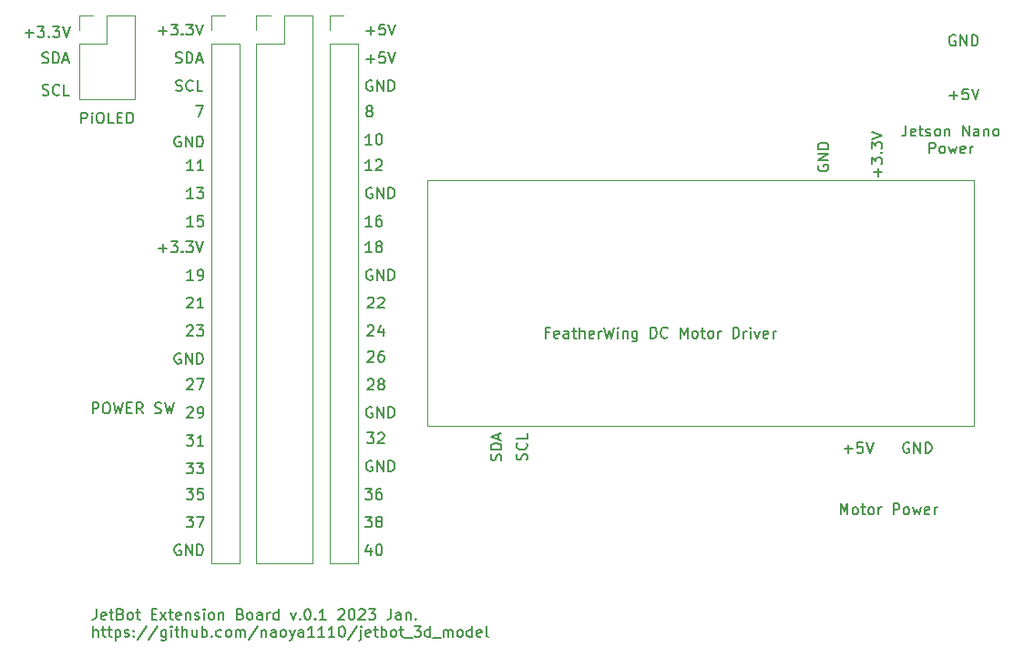
<source format=gbr>
%TF.GenerationSoftware,KiCad,Pcbnew,(6.0.10)*%
%TF.CreationDate,2023-06-02T17:33:45+09:00*%
%TF.ProjectId,extension_circuit_board,65787465-6e73-4696-9f6e-5f6369726375,rev?*%
%TF.SameCoordinates,Original*%
%TF.FileFunction,Legend,Top*%
%TF.FilePolarity,Positive*%
%FSLAX46Y46*%
G04 Gerber Fmt 4.6, Leading zero omitted, Abs format (unit mm)*
G04 Created by KiCad (PCBNEW (6.0.10)) date 2023-06-02 17:33:45*
%MOMM*%
%LPD*%
G01*
G04 APERTURE LIST*
%ADD10C,0.150000*%
%ADD11C,0.120000*%
G04 APERTURE END LIST*
D10*
X154809523Y-78852380D02*
X154238095Y-78852380D01*
X154523809Y-78852380D02*
X154523809Y-77852380D01*
X154428571Y-77995238D01*
X154333333Y-78090476D01*
X154238095Y-78138095D01*
X155666666Y-77852380D02*
X155476190Y-77852380D01*
X155380952Y-77900000D01*
X155333333Y-77947619D01*
X155238095Y-78090476D01*
X155190476Y-78280952D01*
X155190476Y-78661904D01*
X155238095Y-78757142D01*
X155285714Y-78804761D01*
X155380952Y-78852380D01*
X155571428Y-78852380D01*
X155666666Y-78804761D01*
X155714285Y-78757142D01*
X155761904Y-78661904D01*
X155761904Y-78423809D01*
X155714285Y-78328571D01*
X155666666Y-78280952D01*
X155571428Y-78233333D01*
X155380952Y-78233333D01*
X155285714Y-78280952D01*
X155238095Y-78328571D01*
X155190476Y-78423809D01*
X154838095Y-75300000D02*
X154742857Y-75252380D01*
X154600000Y-75252380D01*
X154457142Y-75300000D01*
X154361904Y-75395238D01*
X154314285Y-75490476D01*
X154266666Y-75680952D01*
X154266666Y-75823809D01*
X154314285Y-76014285D01*
X154361904Y-76109523D01*
X154457142Y-76204761D01*
X154600000Y-76252380D01*
X154695238Y-76252380D01*
X154838095Y-76204761D01*
X154885714Y-76157142D01*
X154885714Y-75823809D01*
X154695238Y-75823809D01*
X155314285Y-76252380D02*
X155314285Y-75252380D01*
X155885714Y-76252380D01*
X155885714Y-75252380D01*
X156361904Y-76252380D02*
X156361904Y-75252380D01*
X156600000Y-75252380D01*
X156742857Y-75300000D01*
X156838095Y-75395238D01*
X156885714Y-75490476D01*
X156933333Y-75680952D01*
X156933333Y-75823809D01*
X156885714Y-76014285D01*
X156838095Y-76109523D01*
X156742857Y-76204761D01*
X156600000Y-76252380D01*
X156361904Y-76252380D01*
X138209523Y-76252380D02*
X137638095Y-76252380D01*
X137923809Y-76252380D02*
X137923809Y-75252380D01*
X137828571Y-75395238D01*
X137733333Y-75490476D01*
X137638095Y-75538095D01*
X138542857Y-75252380D02*
X139161904Y-75252380D01*
X138828571Y-75633333D01*
X138971428Y-75633333D01*
X139066666Y-75680952D01*
X139114285Y-75728571D01*
X139161904Y-75823809D01*
X139161904Y-76061904D01*
X139114285Y-76157142D01*
X139066666Y-76204761D01*
X138971428Y-76252380D01*
X138685714Y-76252380D01*
X138590476Y-76204761D01*
X138542857Y-76157142D01*
X137038095Y-90700000D02*
X136942857Y-90652380D01*
X136800000Y-90652380D01*
X136657142Y-90700000D01*
X136561904Y-90795238D01*
X136514285Y-90890476D01*
X136466666Y-91080952D01*
X136466666Y-91223809D01*
X136514285Y-91414285D01*
X136561904Y-91509523D01*
X136657142Y-91604761D01*
X136800000Y-91652380D01*
X136895238Y-91652380D01*
X137038095Y-91604761D01*
X137085714Y-91557142D01*
X137085714Y-91223809D01*
X136895238Y-91223809D01*
X137514285Y-91652380D02*
X137514285Y-90652380D01*
X138085714Y-91652380D01*
X138085714Y-90652380D01*
X138561904Y-91652380D02*
X138561904Y-90652380D01*
X138800000Y-90652380D01*
X138942857Y-90700000D01*
X139038095Y-90795238D01*
X139085714Y-90890476D01*
X139133333Y-91080952D01*
X139133333Y-91223809D01*
X139085714Y-91414285D01*
X139038095Y-91509523D01*
X138942857Y-91604761D01*
X138800000Y-91652380D01*
X138561904Y-91652380D01*
X196300000Y-73161904D02*
X196252380Y-73257142D01*
X196252380Y-73400000D01*
X196300000Y-73542857D01*
X196395238Y-73638095D01*
X196490476Y-73685714D01*
X196680952Y-73733333D01*
X196823809Y-73733333D01*
X197014285Y-73685714D01*
X197109523Y-73638095D01*
X197204761Y-73542857D01*
X197252380Y-73400000D01*
X197252380Y-73304761D01*
X197204761Y-73161904D01*
X197157142Y-73114285D01*
X196823809Y-73114285D01*
X196823809Y-73304761D01*
X197252380Y-72685714D02*
X196252380Y-72685714D01*
X197252380Y-72114285D01*
X196252380Y-72114285D01*
X197252380Y-71638095D02*
X196252380Y-71638095D01*
X196252380Y-71400000D01*
X196300000Y-71257142D01*
X196395238Y-71161904D01*
X196490476Y-71114285D01*
X196680952Y-71066666D01*
X196823809Y-71066666D01*
X197014285Y-71114285D01*
X197109523Y-71161904D01*
X197204761Y-71257142D01*
X197252380Y-71400000D01*
X197252380Y-71638095D01*
X154714285Y-108785714D02*
X154714285Y-109452380D01*
X154476190Y-108404761D02*
X154238095Y-109119047D01*
X154857142Y-109119047D01*
X155428571Y-108452380D02*
X155523809Y-108452380D01*
X155619047Y-108500000D01*
X155666666Y-108547619D01*
X155714285Y-108642857D01*
X155761904Y-108833333D01*
X155761904Y-109071428D01*
X155714285Y-109261904D01*
X155666666Y-109357142D01*
X155619047Y-109404761D01*
X155523809Y-109452380D01*
X155428571Y-109452380D01*
X155333333Y-109404761D01*
X155285714Y-109357142D01*
X155238095Y-109261904D01*
X155190476Y-109071428D01*
X155190476Y-108833333D01*
X155238095Y-108642857D01*
X155285714Y-108547619D01*
X155333333Y-108500000D01*
X155428571Y-108452380D01*
X136609523Y-66204761D02*
X136752380Y-66252380D01*
X136990476Y-66252380D01*
X137085714Y-66204761D01*
X137133333Y-66157142D01*
X137180952Y-66061904D01*
X137180952Y-65966666D01*
X137133333Y-65871428D01*
X137085714Y-65823809D01*
X136990476Y-65776190D01*
X136800000Y-65728571D01*
X136704761Y-65680952D01*
X136657142Y-65633333D01*
X136609523Y-65538095D01*
X136609523Y-65442857D01*
X136657142Y-65347619D01*
X136704761Y-65300000D01*
X136800000Y-65252380D01*
X137038095Y-65252380D01*
X137180952Y-65300000D01*
X138180952Y-66157142D02*
X138133333Y-66204761D01*
X137990476Y-66252380D01*
X137895238Y-66252380D01*
X137752380Y-66204761D01*
X137657142Y-66109523D01*
X137609523Y-66014285D01*
X137561904Y-65823809D01*
X137561904Y-65680952D01*
X137609523Y-65490476D01*
X137657142Y-65395238D01*
X137752380Y-65300000D01*
X137895238Y-65252380D01*
X137990476Y-65252380D01*
X138133333Y-65300000D01*
X138180952Y-65347619D01*
X139085714Y-66252380D02*
X138609523Y-66252380D01*
X138609523Y-65252380D01*
X169204761Y-100590476D02*
X169252380Y-100447619D01*
X169252380Y-100209523D01*
X169204761Y-100114285D01*
X169157142Y-100066666D01*
X169061904Y-100019047D01*
X168966666Y-100019047D01*
X168871428Y-100066666D01*
X168823809Y-100114285D01*
X168776190Y-100209523D01*
X168728571Y-100400000D01*
X168680952Y-100495238D01*
X168633333Y-100542857D01*
X168538095Y-100590476D01*
X168442857Y-100590476D01*
X168347619Y-100542857D01*
X168300000Y-100495238D01*
X168252380Y-100400000D01*
X168252380Y-100161904D01*
X168300000Y-100019047D01*
X169157142Y-99019047D02*
X169204761Y-99066666D01*
X169252380Y-99209523D01*
X169252380Y-99304761D01*
X169204761Y-99447619D01*
X169109523Y-99542857D01*
X169014285Y-99590476D01*
X168823809Y-99638095D01*
X168680952Y-99638095D01*
X168490476Y-99590476D01*
X168395238Y-99542857D01*
X168300000Y-99447619D01*
X168252380Y-99304761D01*
X168252380Y-99209523D01*
X168300000Y-99066666D01*
X168347619Y-99019047D01*
X169252380Y-98114285D02*
X169252380Y-98590476D01*
X168252380Y-98590476D01*
X135000000Y-60671428D02*
X135761904Y-60671428D01*
X135380952Y-61052380D02*
X135380952Y-60290476D01*
X136142857Y-60052380D02*
X136761904Y-60052380D01*
X136428571Y-60433333D01*
X136571428Y-60433333D01*
X136666666Y-60480952D01*
X136714285Y-60528571D01*
X136761904Y-60623809D01*
X136761904Y-60861904D01*
X136714285Y-60957142D01*
X136666666Y-61004761D01*
X136571428Y-61052380D01*
X136285714Y-61052380D01*
X136190476Y-61004761D01*
X136142857Y-60957142D01*
X137190476Y-60957142D02*
X137238095Y-61004761D01*
X137190476Y-61052380D01*
X137142857Y-61004761D01*
X137190476Y-60957142D01*
X137190476Y-61052380D01*
X137571428Y-60052380D02*
X138190476Y-60052380D01*
X137857142Y-60433333D01*
X138000000Y-60433333D01*
X138095238Y-60480952D01*
X138142857Y-60528571D01*
X138190476Y-60623809D01*
X138190476Y-60861904D01*
X138142857Y-60957142D01*
X138095238Y-61004761D01*
X138000000Y-61052380D01*
X137714285Y-61052380D01*
X137619047Y-61004761D01*
X137571428Y-60957142D01*
X138476190Y-60052380D02*
X138809523Y-61052380D01*
X139142857Y-60052380D01*
X124185714Y-63604761D02*
X124328571Y-63652380D01*
X124566666Y-63652380D01*
X124661904Y-63604761D01*
X124709523Y-63557142D01*
X124757142Y-63461904D01*
X124757142Y-63366666D01*
X124709523Y-63271428D01*
X124661904Y-63223809D01*
X124566666Y-63176190D01*
X124376190Y-63128571D01*
X124280952Y-63080952D01*
X124233333Y-63033333D01*
X124185714Y-62938095D01*
X124185714Y-62842857D01*
X124233333Y-62747619D01*
X124280952Y-62700000D01*
X124376190Y-62652380D01*
X124614285Y-62652380D01*
X124757142Y-62700000D01*
X125185714Y-63652380D02*
X125185714Y-62652380D01*
X125423809Y-62652380D01*
X125566666Y-62700000D01*
X125661904Y-62795238D01*
X125709523Y-62890476D01*
X125757142Y-63080952D01*
X125757142Y-63223809D01*
X125709523Y-63414285D01*
X125661904Y-63509523D01*
X125566666Y-63604761D01*
X125423809Y-63652380D01*
X125185714Y-63652380D01*
X126138095Y-63366666D02*
X126614285Y-63366666D01*
X126042857Y-63652380D02*
X126376190Y-62652380D01*
X126709523Y-63652380D01*
X154314285Y-60671428D02*
X155076190Y-60671428D01*
X154695238Y-61052380D02*
X154695238Y-60290476D01*
X156028571Y-60052380D02*
X155552380Y-60052380D01*
X155504761Y-60528571D01*
X155552380Y-60480952D01*
X155647619Y-60433333D01*
X155885714Y-60433333D01*
X155980952Y-60480952D01*
X156028571Y-60528571D01*
X156076190Y-60623809D01*
X156076190Y-60861904D01*
X156028571Y-60957142D01*
X155980952Y-61004761D01*
X155885714Y-61052380D01*
X155647619Y-61052380D01*
X155552380Y-61004761D01*
X155504761Y-60957142D01*
X156361904Y-60052380D02*
X156695238Y-61052380D01*
X157028571Y-60052380D01*
X209038095Y-61100000D02*
X208942857Y-61052380D01*
X208800000Y-61052380D01*
X208657142Y-61100000D01*
X208561904Y-61195238D01*
X208514285Y-61290476D01*
X208466666Y-61480952D01*
X208466666Y-61623809D01*
X208514285Y-61814285D01*
X208561904Y-61909523D01*
X208657142Y-62004761D01*
X208800000Y-62052380D01*
X208895238Y-62052380D01*
X209038095Y-62004761D01*
X209085714Y-61957142D01*
X209085714Y-61623809D01*
X208895238Y-61623809D01*
X209514285Y-62052380D02*
X209514285Y-61052380D01*
X210085714Y-62052380D01*
X210085714Y-61052380D01*
X210561904Y-62052380D02*
X210561904Y-61052380D01*
X210800000Y-61052380D01*
X210942857Y-61100000D01*
X211038095Y-61195238D01*
X211085714Y-61290476D01*
X211133333Y-61480952D01*
X211133333Y-61623809D01*
X211085714Y-61814285D01*
X211038095Y-61909523D01*
X210942857Y-62004761D01*
X210800000Y-62052380D01*
X210561904Y-62052380D01*
X154838095Y-65300000D02*
X154742857Y-65252380D01*
X154600000Y-65252380D01*
X154457142Y-65300000D01*
X154361904Y-65395238D01*
X154314285Y-65490476D01*
X154266666Y-65680952D01*
X154266666Y-65823809D01*
X154314285Y-66014285D01*
X154361904Y-66109523D01*
X154457142Y-66204761D01*
X154600000Y-66252380D01*
X154695238Y-66252380D01*
X154838095Y-66204761D01*
X154885714Y-66157142D01*
X154885714Y-65823809D01*
X154695238Y-65823809D01*
X155314285Y-66252380D02*
X155314285Y-65252380D01*
X155885714Y-66252380D01*
X155885714Y-65252380D01*
X156361904Y-66252380D02*
X156361904Y-65252380D01*
X156600000Y-65252380D01*
X156742857Y-65300000D01*
X156838095Y-65395238D01*
X156885714Y-65490476D01*
X156933333Y-65680952D01*
X156933333Y-65823809D01*
X156885714Y-66014285D01*
X156838095Y-66109523D01*
X156742857Y-66204761D01*
X156600000Y-66252380D01*
X156361904Y-66252380D01*
X154438095Y-88147619D02*
X154485714Y-88100000D01*
X154580952Y-88052380D01*
X154819047Y-88052380D01*
X154914285Y-88100000D01*
X154961904Y-88147619D01*
X155009523Y-88242857D01*
X155009523Y-88338095D01*
X154961904Y-88480952D01*
X154390476Y-89052380D01*
X155009523Y-89052380D01*
X155866666Y-88385714D02*
X155866666Y-89052380D01*
X155628571Y-88004761D02*
X155390476Y-88719047D01*
X156009523Y-88719047D01*
X137590476Y-103252380D02*
X138209523Y-103252380D01*
X137876190Y-103633333D01*
X138019047Y-103633333D01*
X138114285Y-103680952D01*
X138161904Y-103728571D01*
X138209523Y-103823809D01*
X138209523Y-104061904D01*
X138161904Y-104157142D01*
X138114285Y-104204761D01*
X138019047Y-104252380D01*
X137733333Y-104252380D01*
X137638095Y-104204761D01*
X137590476Y-104157142D01*
X139114285Y-103252380D02*
X138638095Y-103252380D01*
X138590476Y-103728571D01*
X138638095Y-103680952D01*
X138733333Y-103633333D01*
X138971428Y-103633333D01*
X139066666Y-103680952D01*
X139114285Y-103728571D01*
X139161904Y-103823809D01*
X139161904Y-104061904D01*
X139114285Y-104157142D01*
X139066666Y-104204761D01*
X138971428Y-104252380D01*
X138733333Y-104252380D01*
X138638095Y-104204761D01*
X138590476Y-104157142D01*
X154504761Y-68080952D02*
X154409523Y-68033333D01*
X154361904Y-67985714D01*
X154314285Y-67890476D01*
X154314285Y-67842857D01*
X154361904Y-67747619D01*
X154409523Y-67700000D01*
X154504761Y-67652380D01*
X154695238Y-67652380D01*
X154790476Y-67700000D01*
X154838095Y-67747619D01*
X154885714Y-67842857D01*
X154885714Y-67890476D01*
X154838095Y-67985714D01*
X154790476Y-68033333D01*
X154695238Y-68080952D01*
X154504761Y-68080952D01*
X154409523Y-68128571D01*
X154361904Y-68176190D01*
X154314285Y-68271428D01*
X154314285Y-68461904D01*
X154361904Y-68557142D01*
X154409523Y-68604761D01*
X154504761Y-68652380D01*
X154695238Y-68652380D01*
X154790476Y-68604761D01*
X154838095Y-68557142D01*
X154885714Y-68461904D01*
X154885714Y-68271428D01*
X154838095Y-68176190D01*
X154790476Y-68128571D01*
X154695238Y-68080952D01*
X204457142Y-69447380D02*
X204457142Y-70161666D01*
X204409523Y-70304523D01*
X204314285Y-70399761D01*
X204171428Y-70447380D01*
X204076190Y-70447380D01*
X205314285Y-70399761D02*
X205219047Y-70447380D01*
X205028571Y-70447380D01*
X204933333Y-70399761D01*
X204885714Y-70304523D01*
X204885714Y-69923571D01*
X204933333Y-69828333D01*
X205028571Y-69780714D01*
X205219047Y-69780714D01*
X205314285Y-69828333D01*
X205361904Y-69923571D01*
X205361904Y-70018809D01*
X204885714Y-70114047D01*
X205647619Y-69780714D02*
X206028571Y-69780714D01*
X205790476Y-69447380D02*
X205790476Y-70304523D01*
X205838095Y-70399761D01*
X205933333Y-70447380D01*
X206028571Y-70447380D01*
X206314285Y-70399761D02*
X206409523Y-70447380D01*
X206600000Y-70447380D01*
X206695238Y-70399761D01*
X206742857Y-70304523D01*
X206742857Y-70256904D01*
X206695238Y-70161666D01*
X206600000Y-70114047D01*
X206457142Y-70114047D01*
X206361904Y-70066428D01*
X206314285Y-69971190D01*
X206314285Y-69923571D01*
X206361904Y-69828333D01*
X206457142Y-69780714D01*
X206600000Y-69780714D01*
X206695238Y-69828333D01*
X207314285Y-70447380D02*
X207219047Y-70399761D01*
X207171428Y-70352142D01*
X207123809Y-70256904D01*
X207123809Y-69971190D01*
X207171428Y-69875952D01*
X207219047Y-69828333D01*
X207314285Y-69780714D01*
X207457142Y-69780714D01*
X207552380Y-69828333D01*
X207600000Y-69875952D01*
X207647619Y-69971190D01*
X207647619Y-70256904D01*
X207600000Y-70352142D01*
X207552380Y-70399761D01*
X207457142Y-70447380D01*
X207314285Y-70447380D01*
X208076190Y-69780714D02*
X208076190Y-70447380D01*
X208076190Y-69875952D02*
X208123809Y-69828333D01*
X208219047Y-69780714D01*
X208361904Y-69780714D01*
X208457142Y-69828333D01*
X208504761Y-69923571D01*
X208504761Y-70447380D01*
X209742857Y-70447380D02*
X209742857Y-69447380D01*
X210314285Y-70447380D01*
X210314285Y-69447380D01*
X211219047Y-70447380D02*
X211219047Y-69923571D01*
X211171428Y-69828333D01*
X211076190Y-69780714D01*
X210885714Y-69780714D01*
X210790476Y-69828333D01*
X211219047Y-70399761D02*
X211123809Y-70447380D01*
X210885714Y-70447380D01*
X210790476Y-70399761D01*
X210742857Y-70304523D01*
X210742857Y-70209285D01*
X210790476Y-70114047D01*
X210885714Y-70066428D01*
X211123809Y-70066428D01*
X211219047Y-70018809D01*
X211695238Y-69780714D02*
X211695238Y-70447380D01*
X211695238Y-69875952D02*
X211742857Y-69828333D01*
X211838095Y-69780714D01*
X211980952Y-69780714D01*
X212076190Y-69828333D01*
X212123809Y-69923571D01*
X212123809Y-70447380D01*
X212742857Y-70447380D02*
X212647619Y-70399761D01*
X212600000Y-70352142D01*
X212552380Y-70256904D01*
X212552380Y-69971190D01*
X212600000Y-69875952D01*
X212647619Y-69828333D01*
X212742857Y-69780714D01*
X212885714Y-69780714D01*
X212980952Y-69828333D01*
X213028571Y-69875952D01*
X213076190Y-69971190D01*
X213076190Y-70256904D01*
X213028571Y-70352142D01*
X212980952Y-70399761D01*
X212885714Y-70447380D01*
X212742857Y-70447380D01*
X206623809Y-72057380D02*
X206623809Y-71057380D01*
X207004761Y-71057380D01*
X207100000Y-71105000D01*
X207147619Y-71152619D01*
X207195238Y-71247857D01*
X207195238Y-71390714D01*
X207147619Y-71485952D01*
X207100000Y-71533571D01*
X207004761Y-71581190D01*
X206623809Y-71581190D01*
X207766666Y-72057380D02*
X207671428Y-72009761D01*
X207623809Y-71962142D01*
X207576190Y-71866904D01*
X207576190Y-71581190D01*
X207623809Y-71485952D01*
X207671428Y-71438333D01*
X207766666Y-71390714D01*
X207909523Y-71390714D01*
X208004761Y-71438333D01*
X208052380Y-71485952D01*
X208100000Y-71581190D01*
X208100000Y-71866904D01*
X208052380Y-71962142D01*
X208004761Y-72009761D01*
X207909523Y-72057380D01*
X207766666Y-72057380D01*
X208433333Y-71390714D02*
X208623809Y-72057380D01*
X208814285Y-71581190D01*
X209004761Y-72057380D01*
X209195238Y-71390714D01*
X209957142Y-72009761D02*
X209861904Y-72057380D01*
X209671428Y-72057380D01*
X209576190Y-72009761D01*
X209528571Y-71914523D01*
X209528571Y-71533571D01*
X209576190Y-71438333D01*
X209671428Y-71390714D01*
X209861904Y-71390714D01*
X209957142Y-71438333D01*
X210004761Y-71533571D01*
X210004761Y-71628809D01*
X209528571Y-71724047D01*
X210433333Y-72057380D02*
X210433333Y-71390714D01*
X210433333Y-71581190D02*
X210480952Y-71485952D01*
X210528571Y-71438333D01*
X210623809Y-71390714D01*
X210719047Y-71390714D01*
X137638095Y-85547619D02*
X137685714Y-85500000D01*
X137780952Y-85452380D01*
X138019047Y-85452380D01*
X138114285Y-85500000D01*
X138161904Y-85547619D01*
X138209523Y-85642857D01*
X138209523Y-85738095D01*
X138161904Y-85880952D01*
X137590476Y-86452380D01*
X138209523Y-86452380D01*
X139161904Y-86452380D02*
X138590476Y-86452380D01*
X138876190Y-86452380D02*
X138876190Y-85452380D01*
X138780952Y-85595238D01*
X138685714Y-85690476D01*
X138590476Y-85738095D01*
X154438095Y-85547619D02*
X154485714Y-85500000D01*
X154580952Y-85452380D01*
X154819047Y-85452380D01*
X154914285Y-85500000D01*
X154961904Y-85547619D01*
X155009523Y-85642857D01*
X155009523Y-85738095D01*
X154961904Y-85880952D01*
X154390476Y-86452380D01*
X155009523Y-86452380D01*
X155390476Y-85547619D02*
X155438095Y-85500000D01*
X155533333Y-85452380D01*
X155771428Y-85452380D01*
X155866666Y-85500000D01*
X155914285Y-85547619D01*
X155961904Y-85642857D01*
X155961904Y-85738095D01*
X155914285Y-85880952D01*
X155342857Y-86452380D01*
X155961904Y-86452380D01*
X129221309Y-114447380D02*
X129221309Y-115161666D01*
X129173690Y-115304523D01*
X129078452Y-115399761D01*
X128935595Y-115447380D01*
X128840357Y-115447380D01*
X130078452Y-115399761D02*
X129983214Y-115447380D01*
X129792738Y-115447380D01*
X129697500Y-115399761D01*
X129649880Y-115304523D01*
X129649880Y-114923571D01*
X129697500Y-114828333D01*
X129792738Y-114780714D01*
X129983214Y-114780714D01*
X130078452Y-114828333D01*
X130126071Y-114923571D01*
X130126071Y-115018809D01*
X129649880Y-115114047D01*
X130411785Y-114780714D02*
X130792738Y-114780714D01*
X130554642Y-114447380D02*
X130554642Y-115304523D01*
X130602261Y-115399761D01*
X130697500Y-115447380D01*
X130792738Y-115447380D01*
X131459404Y-114923571D02*
X131602261Y-114971190D01*
X131649880Y-115018809D01*
X131697500Y-115114047D01*
X131697500Y-115256904D01*
X131649880Y-115352142D01*
X131602261Y-115399761D01*
X131507023Y-115447380D01*
X131126071Y-115447380D01*
X131126071Y-114447380D01*
X131459404Y-114447380D01*
X131554642Y-114495000D01*
X131602261Y-114542619D01*
X131649880Y-114637857D01*
X131649880Y-114733095D01*
X131602261Y-114828333D01*
X131554642Y-114875952D01*
X131459404Y-114923571D01*
X131126071Y-114923571D01*
X132268928Y-115447380D02*
X132173690Y-115399761D01*
X132126071Y-115352142D01*
X132078452Y-115256904D01*
X132078452Y-114971190D01*
X132126071Y-114875952D01*
X132173690Y-114828333D01*
X132268928Y-114780714D01*
X132411785Y-114780714D01*
X132507023Y-114828333D01*
X132554642Y-114875952D01*
X132602261Y-114971190D01*
X132602261Y-115256904D01*
X132554642Y-115352142D01*
X132507023Y-115399761D01*
X132411785Y-115447380D01*
X132268928Y-115447380D01*
X132887976Y-114780714D02*
X133268928Y-114780714D01*
X133030833Y-114447380D02*
X133030833Y-115304523D01*
X133078452Y-115399761D01*
X133173690Y-115447380D01*
X133268928Y-115447380D01*
X134364166Y-114923571D02*
X134697500Y-114923571D01*
X134840357Y-115447380D02*
X134364166Y-115447380D01*
X134364166Y-114447380D01*
X134840357Y-114447380D01*
X135173690Y-115447380D02*
X135697500Y-114780714D01*
X135173690Y-114780714D02*
X135697500Y-115447380D01*
X135935595Y-114780714D02*
X136316547Y-114780714D01*
X136078452Y-114447380D02*
X136078452Y-115304523D01*
X136126071Y-115399761D01*
X136221309Y-115447380D01*
X136316547Y-115447380D01*
X137030833Y-115399761D02*
X136935595Y-115447380D01*
X136745119Y-115447380D01*
X136649880Y-115399761D01*
X136602261Y-115304523D01*
X136602261Y-114923571D01*
X136649880Y-114828333D01*
X136745119Y-114780714D01*
X136935595Y-114780714D01*
X137030833Y-114828333D01*
X137078452Y-114923571D01*
X137078452Y-115018809D01*
X136602261Y-115114047D01*
X137507023Y-114780714D02*
X137507023Y-115447380D01*
X137507023Y-114875952D02*
X137554642Y-114828333D01*
X137649880Y-114780714D01*
X137792738Y-114780714D01*
X137887976Y-114828333D01*
X137935595Y-114923571D01*
X137935595Y-115447380D01*
X138364166Y-115399761D02*
X138459404Y-115447380D01*
X138649880Y-115447380D01*
X138745119Y-115399761D01*
X138792738Y-115304523D01*
X138792738Y-115256904D01*
X138745119Y-115161666D01*
X138649880Y-115114047D01*
X138507023Y-115114047D01*
X138411785Y-115066428D01*
X138364166Y-114971190D01*
X138364166Y-114923571D01*
X138411785Y-114828333D01*
X138507023Y-114780714D01*
X138649880Y-114780714D01*
X138745119Y-114828333D01*
X139221309Y-115447380D02*
X139221309Y-114780714D01*
X139221309Y-114447380D02*
X139173690Y-114495000D01*
X139221309Y-114542619D01*
X139268928Y-114495000D01*
X139221309Y-114447380D01*
X139221309Y-114542619D01*
X139840357Y-115447380D02*
X139745119Y-115399761D01*
X139697500Y-115352142D01*
X139649880Y-115256904D01*
X139649880Y-114971190D01*
X139697500Y-114875952D01*
X139745119Y-114828333D01*
X139840357Y-114780714D01*
X139983214Y-114780714D01*
X140078452Y-114828333D01*
X140126071Y-114875952D01*
X140173690Y-114971190D01*
X140173690Y-115256904D01*
X140126071Y-115352142D01*
X140078452Y-115399761D01*
X139983214Y-115447380D01*
X139840357Y-115447380D01*
X140602261Y-114780714D02*
X140602261Y-115447380D01*
X140602261Y-114875952D02*
X140649880Y-114828333D01*
X140745119Y-114780714D01*
X140887976Y-114780714D01*
X140983214Y-114828333D01*
X141030833Y-114923571D01*
X141030833Y-115447380D01*
X142602261Y-114923571D02*
X142745119Y-114971190D01*
X142792738Y-115018809D01*
X142840357Y-115114047D01*
X142840357Y-115256904D01*
X142792738Y-115352142D01*
X142745119Y-115399761D01*
X142649880Y-115447380D01*
X142268928Y-115447380D01*
X142268928Y-114447380D01*
X142602261Y-114447380D01*
X142697500Y-114495000D01*
X142745119Y-114542619D01*
X142792738Y-114637857D01*
X142792738Y-114733095D01*
X142745119Y-114828333D01*
X142697500Y-114875952D01*
X142602261Y-114923571D01*
X142268928Y-114923571D01*
X143411785Y-115447380D02*
X143316547Y-115399761D01*
X143268928Y-115352142D01*
X143221309Y-115256904D01*
X143221309Y-114971190D01*
X143268928Y-114875952D01*
X143316547Y-114828333D01*
X143411785Y-114780714D01*
X143554642Y-114780714D01*
X143649880Y-114828333D01*
X143697500Y-114875952D01*
X143745119Y-114971190D01*
X143745119Y-115256904D01*
X143697500Y-115352142D01*
X143649880Y-115399761D01*
X143554642Y-115447380D01*
X143411785Y-115447380D01*
X144602261Y-115447380D02*
X144602261Y-114923571D01*
X144554642Y-114828333D01*
X144459404Y-114780714D01*
X144268928Y-114780714D01*
X144173690Y-114828333D01*
X144602261Y-115399761D02*
X144507023Y-115447380D01*
X144268928Y-115447380D01*
X144173690Y-115399761D01*
X144126071Y-115304523D01*
X144126071Y-115209285D01*
X144173690Y-115114047D01*
X144268928Y-115066428D01*
X144507023Y-115066428D01*
X144602261Y-115018809D01*
X145078452Y-115447380D02*
X145078452Y-114780714D01*
X145078452Y-114971190D02*
X145126071Y-114875952D01*
X145173690Y-114828333D01*
X145268928Y-114780714D01*
X145364166Y-114780714D01*
X146126071Y-115447380D02*
X146126071Y-114447380D01*
X146126071Y-115399761D02*
X146030833Y-115447380D01*
X145840357Y-115447380D01*
X145745119Y-115399761D01*
X145697500Y-115352142D01*
X145649880Y-115256904D01*
X145649880Y-114971190D01*
X145697500Y-114875952D01*
X145745119Y-114828333D01*
X145840357Y-114780714D01*
X146030833Y-114780714D01*
X146126071Y-114828333D01*
X147268928Y-114780714D02*
X147507023Y-115447380D01*
X147745119Y-114780714D01*
X148126071Y-115352142D02*
X148173690Y-115399761D01*
X148126071Y-115447380D01*
X148078452Y-115399761D01*
X148126071Y-115352142D01*
X148126071Y-115447380D01*
X148792738Y-114447380D02*
X148887976Y-114447380D01*
X148983214Y-114495000D01*
X149030833Y-114542619D01*
X149078452Y-114637857D01*
X149126071Y-114828333D01*
X149126071Y-115066428D01*
X149078452Y-115256904D01*
X149030833Y-115352142D01*
X148983214Y-115399761D01*
X148887976Y-115447380D01*
X148792738Y-115447380D01*
X148697500Y-115399761D01*
X148649880Y-115352142D01*
X148602261Y-115256904D01*
X148554642Y-115066428D01*
X148554642Y-114828333D01*
X148602261Y-114637857D01*
X148649880Y-114542619D01*
X148697500Y-114495000D01*
X148792738Y-114447380D01*
X149554642Y-115352142D02*
X149602261Y-115399761D01*
X149554642Y-115447380D01*
X149507023Y-115399761D01*
X149554642Y-115352142D01*
X149554642Y-115447380D01*
X150554642Y-115447380D02*
X149983214Y-115447380D01*
X150268928Y-115447380D02*
X150268928Y-114447380D01*
X150173690Y-114590238D01*
X150078452Y-114685476D01*
X149983214Y-114733095D01*
X151697500Y-114542619D02*
X151745119Y-114495000D01*
X151840357Y-114447380D01*
X152078452Y-114447380D01*
X152173690Y-114495000D01*
X152221309Y-114542619D01*
X152268928Y-114637857D01*
X152268928Y-114733095D01*
X152221309Y-114875952D01*
X151649880Y-115447380D01*
X152268928Y-115447380D01*
X152887976Y-114447380D02*
X152983214Y-114447380D01*
X153078452Y-114495000D01*
X153126071Y-114542619D01*
X153173690Y-114637857D01*
X153221309Y-114828333D01*
X153221309Y-115066428D01*
X153173690Y-115256904D01*
X153126071Y-115352142D01*
X153078452Y-115399761D01*
X152983214Y-115447380D01*
X152887976Y-115447380D01*
X152792738Y-115399761D01*
X152745119Y-115352142D01*
X152697500Y-115256904D01*
X152649880Y-115066428D01*
X152649880Y-114828333D01*
X152697500Y-114637857D01*
X152745119Y-114542619D01*
X152792738Y-114495000D01*
X152887976Y-114447380D01*
X153602261Y-114542619D02*
X153649880Y-114495000D01*
X153745119Y-114447380D01*
X153983214Y-114447380D01*
X154078452Y-114495000D01*
X154126071Y-114542619D01*
X154173690Y-114637857D01*
X154173690Y-114733095D01*
X154126071Y-114875952D01*
X153554642Y-115447380D01*
X154173690Y-115447380D01*
X154507023Y-114447380D02*
X155126071Y-114447380D01*
X154792738Y-114828333D01*
X154935595Y-114828333D01*
X155030833Y-114875952D01*
X155078452Y-114923571D01*
X155126071Y-115018809D01*
X155126071Y-115256904D01*
X155078452Y-115352142D01*
X155030833Y-115399761D01*
X154935595Y-115447380D01*
X154649880Y-115447380D01*
X154554642Y-115399761D01*
X154507023Y-115352142D01*
X156602261Y-114447380D02*
X156602261Y-115161666D01*
X156554642Y-115304523D01*
X156459404Y-115399761D01*
X156316547Y-115447380D01*
X156221309Y-115447380D01*
X157507023Y-115447380D02*
X157507023Y-114923571D01*
X157459404Y-114828333D01*
X157364166Y-114780714D01*
X157173690Y-114780714D01*
X157078452Y-114828333D01*
X157507023Y-115399761D02*
X157411785Y-115447380D01*
X157173690Y-115447380D01*
X157078452Y-115399761D01*
X157030833Y-115304523D01*
X157030833Y-115209285D01*
X157078452Y-115114047D01*
X157173690Y-115066428D01*
X157411785Y-115066428D01*
X157507023Y-115018809D01*
X157983214Y-114780714D02*
X157983214Y-115447380D01*
X157983214Y-114875952D02*
X158030833Y-114828333D01*
X158126071Y-114780714D01*
X158268928Y-114780714D01*
X158364166Y-114828333D01*
X158411785Y-114923571D01*
X158411785Y-115447380D01*
X158887976Y-115352142D02*
X158935595Y-115399761D01*
X158887976Y-115447380D01*
X158840357Y-115399761D01*
X158887976Y-115352142D01*
X158887976Y-115447380D01*
X128935595Y-117057380D02*
X128935595Y-116057380D01*
X129364166Y-117057380D02*
X129364166Y-116533571D01*
X129316547Y-116438333D01*
X129221309Y-116390714D01*
X129078452Y-116390714D01*
X128983214Y-116438333D01*
X128935595Y-116485952D01*
X129697500Y-116390714D02*
X130078452Y-116390714D01*
X129840357Y-116057380D02*
X129840357Y-116914523D01*
X129887976Y-117009761D01*
X129983214Y-117057380D01*
X130078452Y-117057380D01*
X130268928Y-116390714D02*
X130649880Y-116390714D01*
X130411785Y-116057380D02*
X130411785Y-116914523D01*
X130459404Y-117009761D01*
X130554642Y-117057380D01*
X130649880Y-117057380D01*
X130983214Y-116390714D02*
X130983214Y-117390714D01*
X130983214Y-116438333D02*
X131078452Y-116390714D01*
X131268928Y-116390714D01*
X131364166Y-116438333D01*
X131411785Y-116485952D01*
X131459404Y-116581190D01*
X131459404Y-116866904D01*
X131411785Y-116962142D01*
X131364166Y-117009761D01*
X131268928Y-117057380D01*
X131078452Y-117057380D01*
X130983214Y-117009761D01*
X131840357Y-117009761D02*
X131935595Y-117057380D01*
X132126071Y-117057380D01*
X132221309Y-117009761D01*
X132268928Y-116914523D01*
X132268928Y-116866904D01*
X132221309Y-116771666D01*
X132126071Y-116724047D01*
X131983214Y-116724047D01*
X131887976Y-116676428D01*
X131840357Y-116581190D01*
X131840357Y-116533571D01*
X131887976Y-116438333D01*
X131983214Y-116390714D01*
X132126071Y-116390714D01*
X132221309Y-116438333D01*
X132697500Y-116962142D02*
X132745119Y-117009761D01*
X132697500Y-117057380D01*
X132649880Y-117009761D01*
X132697500Y-116962142D01*
X132697500Y-117057380D01*
X132697500Y-116438333D02*
X132745119Y-116485952D01*
X132697500Y-116533571D01*
X132649880Y-116485952D01*
X132697500Y-116438333D01*
X132697500Y-116533571D01*
X133887976Y-116009761D02*
X133030833Y-117295476D01*
X134935595Y-116009761D02*
X134078452Y-117295476D01*
X135697500Y-116390714D02*
X135697500Y-117200238D01*
X135649880Y-117295476D01*
X135602261Y-117343095D01*
X135507023Y-117390714D01*
X135364166Y-117390714D01*
X135268928Y-117343095D01*
X135697500Y-117009761D02*
X135602261Y-117057380D01*
X135411785Y-117057380D01*
X135316547Y-117009761D01*
X135268928Y-116962142D01*
X135221309Y-116866904D01*
X135221309Y-116581190D01*
X135268928Y-116485952D01*
X135316547Y-116438333D01*
X135411785Y-116390714D01*
X135602261Y-116390714D01*
X135697500Y-116438333D01*
X136173690Y-117057380D02*
X136173690Y-116390714D01*
X136173690Y-116057380D02*
X136126071Y-116105000D01*
X136173690Y-116152619D01*
X136221309Y-116105000D01*
X136173690Y-116057380D01*
X136173690Y-116152619D01*
X136507023Y-116390714D02*
X136887976Y-116390714D01*
X136649880Y-116057380D02*
X136649880Y-116914523D01*
X136697500Y-117009761D01*
X136792738Y-117057380D01*
X136887976Y-117057380D01*
X137221309Y-117057380D02*
X137221309Y-116057380D01*
X137649880Y-117057380D02*
X137649880Y-116533571D01*
X137602261Y-116438333D01*
X137507023Y-116390714D01*
X137364166Y-116390714D01*
X137268928Y-116438333D01*
X137221309Y-116485952D01*
X138554642Y-116390714D02*
X138554642Y-117057380D01*
X138126071Y-116390714D02*
X138126071Y-116914523D01*
X138173690Y-117009761D01*
X138268928Y-117057380D01*
X138411785Y-117057380D01*
X138507023Y-117009761D01*
X138554642Y-116962142D01*
X139030833Y-117057380D02*
X139030833Y-116057380D01*
X139030833Y-116438333D02*
X139126071Y-116390714D01*
X139316547Y-116390714D01*
X139411785Y-116438333D01*
X139459404Y-116485952D01*
X139507023Y-116581190D01*
X139507023Y-116866904D01*
X139459404Y-116962142D01*
X139411785Y-117009761D01*
X139316547Y-117057380D01*
X139126071Y-117057380D01*
X139030833Y-117009761D01*
X139935595Y-116962142D02*
X139983214Y-117009761D01*
X139935595Y-117057380D01*
X139887976Y-117009761D01*
X139935595Y-116962142D01*
X139935595Y-117057380D01*
X140840357Y-117009761D02*
X140745119Y-117057380D01*
X140554642Y-117057380D01*
X140459404Y-117009761D01*
X140411785Y-116962142D01*
X140364166Y-116866904D01*
X140364166Y-116581190D01*
X140411785Y-116485952D01*
X140459404Y-116438333D01*
X140554642Y-116390714D01*
X140745119Y-116390714D01*
X140840357Y-116438333D01*
X141411785Y-117057380D02*
X141316547Y-117009761D01*
X141268928Y-116962142D01*
X141221309Y-116866904D01*
X141221309Y-116581190D01*
X141268928Y-116485952D01*
X141316547Y-116438333D01*
X141411785Y-116390714D01*
X141554642Y-116390714D01*
X141649880Y-116438333D01*
X141697500Y-116485952D01*
X141745119Y-116581190D01*
X141745119Y-116866904D01*
X141697500Y-116962142D01*
X141649880Y-117009761D01*
X141554642Y-117057380D01*
X141411785Y-117057380D01*
X142173690Y-117057380D02*
X142173690Y-116390714D01*
X142173690Y-116485952D02*
X142221309Y-116438333D01*
X142316547Y-116390714D01*
X142459404Y-116390714D01*
X142554642Y-116438333D01*
X142602261Y-116533571D01*
X142602261Y-117057380D01*
X142602261Y-116533571D02*
X142649880Y-116438333D01*
X142745119Y-116390714D01*
X142887976Y-116390714D01*
X142983214Y-116438333D01*
X143030833Y-116533571D01*
X143030833Y-117057380D01*
X144221309Y-116009761D02*
X143364166Y-117295476D01*
X144554642Y-116390714D02*
X144554642Y-117057380D01*
X144554642Y-116485952D02*
X144602261Y-116438333D01*
X144697500Y-116390714D01*
X144840357Y-116390714D01*
X144935595Y-116438333D01*
X144983214Y-116533571D01*
X144983214Y-117057380D01*
X145887976Y-117057380D02*
X145887976Y-116533571D01*
X145840357Y-116438333D01*
X145745119Y-116390714D01*
X145554642Y-116390714D01*
X145459404Y-116438333D01*
X145887976Y-117009761D02*
X145792738Y-117057380D01*
X145554642Y-117057380D01*
X145459404Y-117009761D01*
X145411785Y-116914523D01*
X145411785Y-116819285D01*
X145459404Y-116724047D01*
X145554642Y-116676428D01*
X145792738Y-116676428D01*
X145887976Y-116628809D01*
X146507023Y-117057380D02*
X146411785Y-117009761D01*
X146364166Y-116962142D01*
X146316547Y-116866904D01*
X146316547Y-116581190D01*
X146364166Y-116485952D01*
X146411785Y-116438333D01*
X146507023Y-116390714D01*
X146649880Y-116390714D01*
X146745119Y-116438333D01*
X146792738Y-116485952D01*
X146840357Y-116581190D01*
X146840357Y-116866904D01*
X146792738Y-116962142D01*
X146745119Y-117009761D01*
X146649880Y-117057380D01*
X146507023Y-117057380D01*
X147173690Y-116390714D02*
X147411785Y-117057380D01*
X147649880Y-116390714D02*
X147411785Y-117057380D01*
X147316547Y-117295476D01*
X147268928Y-117343095D01*
X147173690Y-117390714D01*
X148459404Y-117057380D02*
X148459404Y-116533571D01*
X148411785Y-116438333D01*
X148316547Y-116390714D01*
X148126071Y-116390714D01*
X148030833Y-116438333D01*
X148459404Y-117009761D02*
X148364166Y-117057380D01*
X148126071Y-117057380D01*
X148030833Y-117009761D01*
X147983214Y-116914523D01*
X147983214Y-116819285D01*
X148030833Y-116724047D01*
X148126071Y-116676428D01*
X148364166Y-116676428D01*
X148459404Y-116628809D01*
X149459404Y-117057380D02*
X148887976Y-117057380D01*
X149173690Y-117057380D02*
X149173690Y-116057380D01*
X149078452Y-116200238D01*
X148983214Y-116295476D01*
X148887976Y-116343095D01*
X150411785Y-117057380D02*
X149840357Y-117057380D01*
X150126071Y-117057380D02*
X150126071Y-116057380D01*
X150030833Y-116200238D01*
X149935595Y-116295476D01*
X149840357Y-116343095D01*
X151364166Y-117057380D02*
X150792738Y-117057380D01*
X151078452Y-117057380D02*
X151078452Y-116057380D01*
X150983214Y-116200238D01*
X150887976Y-116295476D01*
X150792738Y-116343095D01*
X151983214Y-116057380D02*
X152078452Y-116057380D01*
X152173690Y-116105000D01*
X152221309Y-116152619D01*
X152268928Y-116247857D01*
X152316547Y-116438333D01*
X152316547Y-116676428D01*
X152268928Y-116866904D01*
X152221309Y-116962142D01*
X152173690Y-117009761D01*
X152078452Y-117057380D01*
X151983214Y-117057380D01*
X151887976Y-117009761D01*
X151840357Y-116962142D01*
X151792738Y-116866904D01*
X151745119Y-116676428D01*
X151745119Y-116438333D01*
X151792738Y-116247857D01*
X151840357Y-116152619D01*
X151887976Y-116105000D01*
X151983214Y-116057380D01*
X153459404Y-116009761D02*
X152602261Y-117295476D01*
X153792738Y-116390714D02*
X153792738Y-117247857D01*
X153745119Y-117343095D01*
X153649880Y-117390714D01*
X153602261Y-117390714D01*
X153792738Y-116057380D02*
X153745119Y-116105000D01*
X153792738Y-116152619D01*
X153840357Y-116105000D01*
X153792738Y-116057380D01*
X153792738Y-116152619D01*
X154649880Y-117009761D02*
X154554642Y-117057380D01*
X154364166Y-117057380D01*
X154268928Y-117009761D01*
X154221309Y-116914523D01*
X154221309Y-116533571D01*
X154268928Y-116438333D01*
X154364166Y-116390714D01*
X154554642Y-116390714D01*
X154649880Y-116438333D01*
X154697500Y-116533571D01*
X154697500Y-116628809D01*
X154221309Y-116724047D01*
X154983214Y-116390714D02*
X155364166Y-116390714D01*
X155126071Y-116057380D02*
X155126071Y-116914523D01*
X155173690Y-117009761D01*
X155268928Y-117057380D01*
X155364166Y-117057380D01*
X155697500Y-117057380D02*
X155697500Y-116057380D01*
X155697500Y-116438333D02*
X155792738Y-116390714D01*
X155983214Y-116390714D01*
X156078452Y-116438333D01*
X156126071Y-116485952D01*
X156173690Y-116581190D01*
X156173690Y-116866904D01*
X156126071Y-116962142D01*
X156078452Y-117009761D01*
X155983214Y-117057380D01*
X155792738Y-117057380D01*
X155697500Y-117009761D01*
X156745119Y-117057380D02*
X156649880Y-117009761D01*
X156602261Y-116962142D01*
X156554642Y-116866904D01*
X156554642Y-116581190D01*
X156602261Y-116485952D01*
X156649880Y-116438333D01*
X156745119Y-116390714D01*
X156887976Y-116390714D01*
X156983214Y-116438333D01*
X157030833Y-116485952D01*
X157078452Y-116581190D01*
X157078452Y-116866904D01*
X157030833Y-116962142D01*
X156983214Y-117009761D01*
X156887976Y-117057380D01*
X156745119Y-117057380D01*
X157364166Y-116390714D02*
X157745119Y-116390714D01*
X157507023Y-116057380D02*
X157507023Y-116914523D01*
X157554642Y-117009761D01*
X157649880Y-117057380D01*
X157745119Y-117057380D01*
X157840357Y-117152619D02*
X158602261Y-117152619D01*
X158745119Y-116057380D02*
X159364166Y-116057380D01*
X159030833Y-116438333D01*
X159173690Y-116438333D01*
X159268928Y-116485952D01*
X159316547Y-116533571D01*
X159364166Y-116628809D01*
X159364166Y-116866904D01*
X159316547Y-116962142D01*
X159268928Y-117009761D01*
X159173690Y-117057380D01*
X158887976Y-117057380D01*
X158792738Y-117009761D01*
X158745119Y-116962142D01*
X160221309Y-117057380D02*
X160221309Y-116057380D01*
X160221309Y-117009761D02*
X160126071Y-117057380D01*
X159935595Y-117057380D01*
X159840357Y-117009761D01*
X159792738Y-116962142D01*
X159745119Y-116866904D01*
X159745119Y-116581190D01*
X159792738Y-116485952D01*
X159840357Y-116438333D01*
X159935595Y-116390714D01*
X160126071Y-116390714D01*
X160221309Y-116438333D01*
X160459404Y-117152619D02*
X161221309Y-117152619D01*
X161459404Y-117057380D02*
X161459404Y-116390714D01*
X161459404Y-116485952D02*
X161507023Y-116438333D01*
X161602261Y-116390714D01*
X161745119Y-116390714D01*
X161840357Y-116438333D01*
X161887976Y-116533571D01*
X161887976Y-117057380D01*
X161887976Y-116533571D02*
X161935595Y-116438333D01*
X162030833Y-116390714D01*
X162173690Y-116390714D01*
X162268928Y-116438333D01*
X162316547Y-116533571D01*
X162316547Y-117057380D01*
X162935595Y-117057380D02*
X162840357Y-117009761D01*
X162792738Y-116962142D01*
X162745119Y-116866904D01*
X162745119Y-116581190D01*
X162792738Y-116485952D01*
X162840357Y-116438333D01*
X162935595Y-116390714D01*
X163078452Y-116390714D01*
X163173690Y-116438333D01*
X163221309Y-116485952D01*
X163268928Y-116581190D01*
X163268928Y-116866904D01*
X163221309Y-116962142D01*
X163173690Y-117009761D01*
X163078452Y-117057380D01*
X162935595Y-117057380D01*
X164126071Y-117057380D02*
X164126071Y-116057380D01*
X164126071Y-117009761D02*
X164030833Y-117057380D01*
X163840357Y-117057380D01*
X163745119Y-117009761D01*
X163697500Y-116962142D01*
X163649880Y-116866904D01*
X163649880Y-116581190D01*
X163697500Y-116485952D01*
X163745119Y-116438333D01*
X163840357Y-116390714D01*
X164030833Y-116390714D01*
X164126071Y-116438333D01*
X164983214Y-117009761D02*
X164887976Y-117057380D01*
X164697500Y-117057380D01*
X164602261Y-117009761D01*
X164554642Y-116914523D01*
X164554642Y-116533571D01*
X164602261Y-116438333D01*
X164697500Y-116390714D01*
X164887976Y-116390714D01*
X164983214Y-116438333D01*
X165030833Y-116533571D01*
X165030833Y-116628809D01*
X164554642Y-116724047D01*
X165602261Y-117057380D02*
X165507023Y-117009761D01*
X165459404Y-116914523D01*
X165459404Y-116057380D01*
X137638095Y-93147619D02*
X137685714Y-93100000D01*
X137780952Y-93052380D01*
X138019047Y-93052380D01*
X138114285Y-93100000D01*
X138161904Y-93147619D01*
X138209523Y-93242857D01*
X138209523Y-93338095D01*
X138161904Y-93480952D01*
X137590476Y-94052380D01*
X138209523Y-94052380D01*
X138542857Y-93052380D02*
X139209523Y-93052380D01*
X138780952Y-94052380D01*
X154438095Y-90547619D02*
X154485714Y-90500000D01*
X154580952Y-90452380D01*
X154819047Y-90452380D01*
X154914285Y-90500000D01*
X154961904Y-90547619D01*
X155009523Y-90642857D01*
X155009523Y-90738095D01*
X154961904Y-90880952D01*
X154390476Y-91452380D01*
X155009523Y-91452380D01*
X155866666Y-90452380D02*
X155676190Y-90452380D01*
X155580952Y-90500000D01*
X155533333Y-90547619D01*
X155438095Y-90690476D01*
X155390476Y-90880952D01*
X155390476Y-91261904D01*
X155438095Y-91357142D01*
X155485714Y-91404761D01*
X155580952Y-91452380D01*
X155771428Y-91452380D01*
X155866666Y-91404761D01*
X155914285Y-91357142D01*
X155961904Y-91261904D01*
X155961904Y-91023809D01*
X155914285Y-90928571D01*
X155866666Y-90880952D01*
X155771428Y-90833333D01*
X155580952Y-90833333D01*
X155485714Y-90880952D01*
X155438095Y-90928571D01*
X155390476Y-91023809D01*
X124209523Y-66604761D02*
X124352380Y-66652380D01*
X124590476Y-66652380D01*
X124685714Y-66604761D01*
X124733333Y-66557142D01*
X124780952Y-66461904D01*
X124780952Y-66366666D01*
X124733333Y-66271428D01*
X124685714Y-66223809D01*
X124590476Y-66176190D01*
X124400000Y-66128571D01*
X124304761Y-66080952D01*
X124257142Y-66033333D01*
X124209523Y-65938095D01*
X124209523Y-65842857D01*
X124257142Y-65747619D01*
X124304761Y-65700000D01*
X124400000Y-65652380D01*
X124638095Y-65652380D01*
X124780952Y-65700000D01*
X125780952Y-66557142D02*
X125733333Y-66604761D01*
X125590476Y-66652380D01*
X125495238Y-66652380D01*
X125352380Y-66604761D01*
X125257142Y-66509523D01*
X125209523Y-66414285D01*
X125161904Y-66223809D01*
X125161904Y-66080952D01*
X125209523Y-65890476D01*
X125257142Y-65795238D01*
X125352380Y-65700000D01*
X125495238Y-65652380D01*
X125590476Y-65652380D01*
X125733333Y-65700000D01*
X125780952Y-65747619D01*
X126685714Y-66652380D02*
X126209523Y-66652380D01*
X126209523Y-65652380D01*
X136585714Y-63604761D02*
X136728571Y-63652380D01*
X136966666Y-63652380D01*
X137061904Y-63604761D01*
X137109523Y-63557142D01*
X137157142Y-63461904D01*
X137157142Y-63366666D01*
X137109523Y-63271428D01*
X137061904Y-63223809D01*
X136966666Y-63176190D01*
X136776190Y-63128571D01*
X136680952Y-63080952D01*
X136633333Y-63033333D01*
X136585714Y-62938095D01*
X136585714Y-62842857D01*
X136633333Y-62747619D01*
X136680952Y-62700000D01*
X136776190Y-62652380D01*
X137014285Y-62652380D01*
X137157142Y-62700000D01*
X137585714Y-63652380D02*
X137585714Y-62652380D01*
X137823809Y-62652380D01*
X137966666Y-62700000D01*
X138061904Y-62795238D01*
X138109523Y-62890476D01*
X138157142Y-63080952D01*
X138157142Y-63223809D01*
X138109523Y-63414285D01*
X138061904Y-63509523D01*
X137966666Y-63604761D01*
X137823809Y-63652380D01*
X137585714Y-63652380D01*
X138538095Y-63366666D02*
X139014285Y-63366666D01*
X138442857Y-63652380D02*
X138776190Y-62652380D01*
X139109523Y-63652380D01*
X154809523Y-73652380D02*
X154238095Y-73652380D01*
X154523809Y-73652380D02*
X154523809Y-72652380D01*
X154428571Y-72795238D01*
X154333333Y-72890476D01*
X154238095Y-72938095D01*
X155190476Y-72747619D02*
X155238095Y-72700000D01*
X155333333Y-72652380D01*
X155571428Y-72652380D01*
X155666666Y-72700000D01*
X155714285Y-72747619D01*
X155761904Y-72842857D01*
X155761904Y-72938095D01*
X155714285Y-73080952D01*
X155142857Y-73652380D01*
X155761904Y-73652380D01*
X135000000Y-80871428D02*
X135761904Y-80871428D01*
X135380952Y-81252380D02*
X135380952Y-80490476D01*
X136142857Y-80252380D02*
X136761904Y-80252380D01*
X136428571Y-80633333D01*
X136571428Y-80633333D01*
X136666666Y-80680952D01*
X136714285Y-80728571D01*
X136761904Y-80823809D01*
X136761904Y-81061904D01*
X136714285Y-81157142D01*
X136666666Y-81204761D01*
X136571428Y-81252380D01*
X136285714Y-81252380D01*
X136190476Y-81204761D01*
X136142857Y-81157142D01*
X137190476Y-81157142D02*
X137238095Y-81204761D01*
X137190476Y-81252380D01*
X137142857Y-81204761D01*
X137190476Y-81157142D01*
X137190476Y-81252380D01*
X137571428Y-80252380D02*
X138190476Y-80252380D01*
X137857142Y-80633333D01*
X138000000Y-80633333D01*
X138095238Y-80680952D01*
X138142857Y-80728571D01*
X138190476Y-80823809D01*
X138190476Y-81061904D01*
X138142857Y-81157142D01*
X138095238Y-81204761D01*
X138000000Y-81252380D01*
X137714285Y-81252380D01*
X137619047Y-81204761D01*
X137571428Y-81157142D01*
X138476190Y-80252380D02*
X138809523Y-81252380D01*
X139142857Y-80252380D01*
X154838095Y-82900000D02*
X154742857Y-82852380D01*
X154600000Y-82852380D01*
X154457142Y-82900000D01*
X154361904Y-82995238D01*
X154314285Y-83090476D01*
X154266666Y-83280952D01*
X154266666Y-83423809D01*
X154314285Y-83614285D01*
X154361904Y-83709523D01*
X154457142Y-83804761D01*
X154600000Y-83852380D01*
X154695238Y-83852380D01*
X154838095Y-83804761D01*
X154885714Y-83757142D01*
X154885714Y-83423809D01*
X154695238Y-83423809D01*
X155314285Y-83852380D02*
X155314285Y-82852380D01*
X155885714Y-83852380D01*
X155885714Y-82852380D01*
X156361904Y-83852380D02*
X156361904Y-82852380D01*
X156600000Y-82852380D01*
X156742857Y-82900000D01*
X156838095Y-82995238D01*
X156885714Y-83090476D01*
X156933333Y-83280952D01*
X156933333Y-83423809D01*
X156885714Y-83614285D01*
X156838095Y-83709523D01*
X156742857Y-83804761D01*
X156600000Y-83852380D01*
X156361904Y-83852380D01*
X171290476Y-88728571D02*
X170957142Y-88728571D01*
X170957142Y-89252380D02*
X170957142Y-88252380D01*
X171433333Y-88252380D01*
X172195238Y-89204761D02*
X172100000Y-89252380D01*
X171909523Y-89252380D01*
X171814285Y-89204761D01*
X171766666Y-89109523D01*
X171766666Y-88728571D01*
X171814285Y-88633333D01*
X171909523Y-88585714D01*
X172100000Y-88585714D01*
X172195238Y-88633333D01*
X172242857Y-88728571D01*
X172242857Y-88823809D01*
X171766666Y-88919047D01*
X173100000Y-89252380D02*
X173100000Y-88728571D01*
X173052380Y-88633333D01*
X172957142Y-88585714D01*
X172766666Y-88585714D01*
X172671428Y-88633333D01*
X173100000Y-89204761D02*
X173004761Y-89252380D01*
X172766666Y-89252380D01*
X172671428Y-89204761D01*
X172623809Y-89109523D01*
X172623809Y-89014285D01*
X172671428Y-88919047D01*
X172766666Y-88871428D01*
X173004761Y-88871428D01*
X173100000Y-88823809D01*
X173433333Y-88585714D02*
X173814285Y-88585714D01*
X173576190Y-88252380D02*
X173576190Y-89109523D01*
X173623809Y-89204761D01*
X173719047Y-89252380D01*
X173814285Y-89252380D01*
X174147619Y-89252380D02*
X174147619Y-88252380D01*
X174576190Y-89252380D02*
X174576190Y-88728571D01*
X174528571Y-88633333D01*
X174433333Y-88585714D01*
X174290476Y-88585714D01*
X174195238Y-88633333D01*
X174147619Y-88680952D01*
X175433333Y-89204761D02*
X175338095Y-89252380D01*
X175147619Y-89252380D01*
X175052380Y-89204761D01*
X175004761Y-89109523D01*
X175004761Y-88728571D01*
X175052380Y-88633333D01*
X175147619Y-88585714D01*
X175338095Y-88585714D01*
X175433333Y-88633333D01*
X175480952Y-88728571D01*
X175480952Y-88823809D01*
X175004761Y-88919047D01*
X175909523Y-89252380D02*
X175909523Y-88585714D01*
X175909523Y-88776190D02*
X175957142Y-88680952D01*
X176004761Y-88633333D01*
X176100000Y-88585714D01*
X176195238Y-88585714D01*
X176433333Y-88252380D02*
X176671428Y-89252380D01*
X176861904Y-88538095D01*
X177052380Y-89252380D01*
X177290476Y-88252380D01*
X177671428Y-89252380D02*
X177671428Y-88585714D01*
X177671428Y-88252380D02*
X177623809Y-88300000D01*
X177671428Y-88347619D01*
X177719047Y-88300000D01*
X177671428Y-88252380D01*
X177671428Y-88347619D01*
X178147619Y-88585714D02*
X178147619Y-89252380D01*
X178147619Y-88680952D02*
X178195238Y-88633333D01*
X178290476Y-88585714D01*
X178433333Y-88585714D01*
X178528571Y-88633333D01*
X178576190Y-88728571D01*
X178576190Y-89252380D01*
X179480952Y-88585714D02*
X179480952Y-89395238D01*
X179433333Y-89490476D01*
X179385714Y-89538095D01*
X179290476Y-89585714D01*
X179147619Y-89585714D01*
X179052380Y-89538095D01*
X179480952Y-89204761D02*
X179385714Y-89252380D01*
X179195238Y-89252380D01*
X179100000Y-89204761D01*
X179052380Y-89157142D01*
X179004761Y-89061904D01*
X179004761Y-88776190D01*
X179052380Y-88680952D01*
X179100000Y-88633333D01*
X179195238Y-88585714D01*
X179385714Y-88585714D01*
X179480952Y-88633333D01*
X180719047Y-89252380D02*
X180719047Y-88252380D01*
X180957142Y-88252380D01*
X181100000Y-88300000D01*
X181195238Y-88395238D01*
X181242857Y-88490476D01*
X181290476Y-88680952D01*
X181290476Y-88823809D01*
X181242857Y-89014285D01*
X181195238Y-89109523D01*
X181100000Y-89204761D01*
X180957142Y-89252380D01*
X180719047Y-89252380D01*
X182290476Y-89157142D02*
X182242857Y-89204761D01*
X182100000Y-89252380D01*
X182004761Y-89252380D01*
X181861904Y-89204761D01*
X181766666Y-89109523D01*
X181719047Y-89014285D01*
X181671428Y-88823809D01*
X181671428Y-88680952D01*
X181719047Y-88490476D01*
X181766666Y-88395238D01*
X181861904Y-88300000D01*
X182004761Y-88252380D01*
X182100000Y-88252380D01*
X182242857Y-88300000D01*
X182290476Y-88347619D01*
X183480952Y-89252380D02*
X183480952Y-88252380D01*
X183814285Y-88966666D01*
X184147619Y-88252380D01*
X184147619Y-89252380D01*
X184766666Y-89252380D02*
X184671428Y-89204761D01*
X184623809Y-89157142D01*
X184576190Y-89061904D01*
X184576190Y-88776190D01*
X184623809Y-88680952D01*
X184671428Y-88633333D01*
X184766666Y-88585714D01*
X184909523Y-88585714D01*
X185004761Y-88633333D01*
X185052380Y-88680952D01*
X185100000Y-88776190D01*
X185100000Y-89061904D01*
X185052380Y-89157142D01*
X185004761Y-89204761D01*
X184909523Y-89252380D01*
X184766666Y-89252380D01*
X185385714Y-88585714D02*
X185766666Y-88585714D01*
X185528571Y-88252380D02*
X185528571Y-89109523D01*
X185576190Y-89204761D01*
X185671428Y-89252380D01*
X185766666Y-89252380D01*
X186242857Y-89252380D02*
X186147619Y-89204761D01*
X186100000Y-89157142D01*
X186052380Y-89061904D01*
X186052380Y-88776190D01*
X186100000Y-88680952D01*
X186147619Y-88633333D01*
X186242857Y-88585714D01*
X186385714Y-88585714D01*
X186480952Y-88633333D01*
X186528571Y-88680952D01*
X186576190Y-88776190D01*
X186576190Y-89061904D01*
X186528571Y-89157142D01*
X186480952Y-89204761D01*
X186385714Y-89252380D01*
X186242857Y-89252380D01*
X187004761Y-89252380D02*
X187004761Y-88585714D01*
X187004761Y-88776190D02*
X187052380Y-88680952D01*
X187100000Y-88633333D01*
X187195238Y-88585714D01*
X187290476Y-88585714D01*
X188385714Y-89252380D02*
X188385714Y-88252380D01*
X188623809Y-88252380D01*
X188766666Y-88300000D01*
X188861904Y-88395238D01*
X188909523Y-88490476D01*
X188957142Y-88680952D01*
X188957142Y-88823809D01*
X188909523Y-89014285D01*
X188861904Y-89109523D01*
X188766666Y-89204761D01*
X188623809Y-89252380D01*
X188385714Y-89252380D01*
X189385714Y-89252380D02*
X189385714Y-88585714D01*
X189385714Y-88776190D02*
X189433333Y-88680952D01*
X189480952Y-88633333D01*
X189576190Y-88585714D01*
X189671428Y-88585714D01*
X190004761Y-89252380D02*
X190004761Y-88585714D01*
X190004761Y-88252380D02*
X189957142Y-88300000D01*
X190004761Y-88347619D01*
X190052380Y-88300000D01*
X190004761Y-88252380D01*
X190004761Y-88347619D01*
X190385714Y-88585714D02*
X190623809Y-89252380D01*
X190861904Y-88585714D01*
X191623809Y-89204761D02*
X191528571Y-89252380D01*
X191338095Y-89252380D01*
X191242857Y-89204761D01*
X191195238Y-89109523D01*
X191195238Y-88728571D01*
X191242857Y-88633333D01*
X191338095Y-88585714D01*
X191528571Y-88585714D01*
X191623809Y-88633333D01*
X191671428Y-88728571D01*
X191671428Y-88823809D01*
X191195238Y-88919047D01*
X192100000Y-89252380D02*
X192100000Y-88585714D01*
X192100000Y-88776190D02*
X192147619Y-88680952D01*
X192195238Y-88633333D01*
X192290476Y-88585714D01*
X192385714Y-88585714D01*
X138209523Y-78852380D02*
X137638095Y-78852380D01*
X137923809Y-78852380D02*
X137923809Y-77852380D01*
X137828571Y-77995238D01*
X137733333Y-78090476D01*
X137638095Y-78138095D01*
X139114285Y-77852380D02*
X138638095Y-77852380D01*
X138590476Y-78328571D01*
X138638095Y-78280952D01*
X138733333Y-78233333D01*
X138971428Y-78233333D01*
X139066666Y-78280952D01*
X139114285Y-78328571D01*
X139161904Y-78423809D01*
X139161904Y-78661904D01*
X139114285Y-78757142D01*
X139066666Y-78804761D01*
X138971428Y-78852380D01*
X138733333Y-78852380D01*
X138638095Y-78804761D01*
X138590476Y-78757142D01*
X154190476Y-105852380D02*
X154809523Y-105852380D01*
X154476190Y-106233333D01*
X154619047Y-106233333D01*
X154714285Y-106280952D01*
X154761904Y-106328571D01*
X154809523Y-106423809D01*
X154809523Y-106661904D01*
X154761904Y-106757142D01*
X154714285Y-106804761D01*
X154619047Y-106852380D01*
X154333333Y-106852380D01*
X154238095Y-106804761D01*
X154190476Y-106757142D01*
X155380952Y-106280952D02*
X155285714Y-106233333D01*
X155238095Y-106185714D01*
X155190476Y-106090476D01*
X155190476Y-106042857D01*
X155238095Y-105947619D01*
X155285714Y-105900000D01*
X155380952Y-105852380D01*
X155571428Y-105852380D01*
X155666666Y-105900000D01*
X155714285Y-105947619D01*
X155761904Y-106042857D01*
X155761904Y-106090476D01*
X155714285Y-106185714D01*
X155666666Y-106233333D01*
X155571428Y-106280952D01*
X155380952Y-106280952D01*
X155285714Y-106328571D01*
X155238095Y-106376190D01*
X155190476Y-106471428D01*
X155190476Y-106661904D01*
X155238095Y-106757142D01*
X155285714Y-106804761D01*
X155380952Y-106852380D01*
X155571428Y-106852380D01*
X155666666Y-106804761D01*
X155714285Y-106757142D01*
X155761904Y-106661904D01*
X155761904Y-106471428D01*
X155714285Y-106376190D01*
X155666666Y-106328571D01*
X155571428Y-106280952D01*
X137590476Y-105852380D02*
X138209523Y-105852380D01*
X137876190Y-106233333D01*
X138019047Y-106233333D01*
X138114285Y-106280952D01*
X138161904Y-106328571D01*
X138209523Y-106423809D01*
X138209523Y-106661904D01*
X138161904Y-106757142D01*
X138114285Y-106804761D01*
X138019047Y-106852380D01*
X137733333Y-106852380D01*
X137638095Y-106804761D01*
X137590476Y-106757142D01*
X138542857Y-105852380D02*
X139209523Y-105852380D01*
X138780952Y-106852380D01*
X204738095Y-99000000D02*
X204642857Y-98952380D01*
X204500000Y-98952380D01*
X204357142Y-99000000D01*
X204261904Y-99095238D01*
X204214285Y-99190476D01*
X204166666Y-99380952D01*
X204166666Y-99523809D01*
X204214285Y-99714285D01*
X204261904Y-99809523D01*
X204357142Y-99904761D01*
X204500000Y-99952380D01*
X204595238Y-99952380D01*
X204738095Y-99904761D01*
X204785714Y-99857142D01*
X204785714Y-99523809D01*
X204595238Y-99523809D01*
X205214285Y-99952380D02*
X205214285Y-98952380D01*
X205785714Y-99952380D01*
X205785714Y-98952380D01*
X206261904Y-99952380D02*
X206261904Y-98952380D01*
X206500000Y-98952380D01*
X206642857Y-99000000D01*
X206738095Y-99095238D01*
X206785714Y-99190476D01*
X206833333Y-99380952D01*
X206833333Y-99523809D01*
X206785714Y-99714285D01*
X206738095Y-99809523D01*
X206642857Y-99904761D01*
X206500000Y-99952380D01*
X206261904Y-99952380D01*
X154190476Y-103252380D02*
X154809523Y-103252380D01*
X154476190Y-103633333D01*
X154619047Y-103633333D01*
X154714285Y-103680952D01*
X154761904Y-103728571D01*
X154809523Y-103823809D01*
X154809523Y-104061904D01*
X154761904Y-104157142D01*
X154714285Y-104204761D01*
X154619047Y-104252380D01*
X154333333Y-104252380D01*
X154238095Y-104204761D01*
X154190476Y-104157142D01*
X155666666Y-103252380D02*
X155476190Y-103252380D01*
X155380952Y-103300000D01*
X155333333Y-103347619D01*
X155238095Y-103490476D01*
X155190476Y-103680952D01*
X155190476Y-104061904D01*
X155238095Y-104157142D01*
X155285714Y-104204761D01*
X155380952Y-104252380D01*
X155571428Y-104252380D01*
X155666666Y-104204761D01*
X155714285Y-104157142D01*
X155761904Y-104061904D01*
X155761904Y-103823809D01*
X155714285Y-103728571D01*
X155666666Y-103680952D01*
X155571428Y-103633333D01*
X155380952Y-103633333D01*
X155285714Y-103680952D01*
X155238095Y-103728571D01*
X155190476Y-103823809D01*
X154838095Y-95700000D02*
X154742857Y-95652380D01*
X154600000Y-95652380D01*
X154457142Y-95700000D01*
X154361904Y-95795238D01*
X154314285Y-95890476D01*
X154266666Y-96080952D01*
X154266666Y-96223809D01*
X154314285Y-96414285D01*
X154361904Y-96509523D01*
X154457142Y-96604761D01*
X154600000Y-96652380D01*
X154695238Y-96652380D01*
X154838095Y-96604761D01*
X154885714Y-96557142D01*
X154885714Y-96223809D01*
X154695238Y-96223809D01*
X155314285Y-96652380D02*
X155314285Y-95652380D01*
X155885714Y-96652380D01*
X155885714Y-95652380D01*
X156361904Y-96652380D02*
X156361904Y-95652380D01*
X156600000Y-95652380D01*
X156742857Y-95700000D01*
X156838095Y-95795238D01*
X156885714Y-95890476D01*
X156933333Y-96080952D01*
X156933333Y-96223809D01*
X156885714Y-96414285D01*
X156838095Y-96509523D01*
X156742857Y-96604761D01*
X156600000Y-96652380D01*
X156361904Y-96652380D01*
X201871428Y-74200000D02*
X201871428Y-73438095D01*
X202252380Y-73819047D02*
X201490476Y-73819047D01*
X201252380Y-73057142D02*
X201252380Y-72438095D01*
X201633333Y-72771428D01*
X201633333Y-72628571D01*
X201680952Y-72533333D01*
X201728571Y-72485714D01*
X201823809Y-72438095D01*
X202061904Y-72438095D01*
X202157142Y-72485714D01*
X202204761Y-72533333D01*
X202252380Y-72628571D01*
X202252380Y-72914285D01*
X202204761Y-73009523D01*
X202157142Y-73057142D01*
X202157142Y-72009523D02*
X202204761Y-71961904D01*
X202252380Y-72009523D01*
X202204761Y-72057142D01*
X202157142Y-72009523D01*
X202252380Y-72009523D01*
X201252380Y-71628571D02*
X201252380Y-71009523D01*
X201633333Y-71342857D01*
X201633333Y-71200000D01*
X201680952Y-71104761D01*
X201728571Y-71057142D01*
X201823809Y-71009523D01*
X202061904Y-71009523D01*
X202157142Y-71057142D01*
X202204761Y-71104761D01*
X202252380Y-71200000D01*
X202252380Y-71485714D01*
X202204761Y-71580952D01*
X202157142Y-71628571D01*
X201252380Y-70723809D02*
X202252380Y-70390476D01*
X201252380Y-70057142D01*
X128861904Y-96252380D02*
X128861904Y-95252380D01*
X129242857Y-95252380D01*
X129338095Y-95300000D01*
X129385714Y-95347619D01*
X129433333Y-95442857D01*
X129433333Y-95585714D01*
X129385714Y-95680952D01*
X129338095Y-95728571D01*
X129242857Y-95776190D01*
X128861904Y-95776190D01*
X130052380Y-95252380D02*
X130242857Y-95252380D01*
X130338095Y-95300000D01*
X130433333Y-95395238D01*
X130480952Y-95585714D01*
X130480952Y-95919047D01*
X130433333Y-96109523D01*
X130338095Y-96204761D01*
X130242857Y-96252380D01*
X130052380Y-96252380D01*
X129957142Y-96204761D01*
X129861904Y-96109523D01*
X129814285Y-95919047D01*
X129814285Y-95585714D01*
X129861904Y-95395238D01*
X129957142Y-95300000D01*
X130052380Y-95252380D01*
X130814285Y-95252380D02*
X131052380Y-96252380D01*
X131242857Y-95538095D01*
X131433333Y-96252380D01*
X131671428Y-95252380D01*
X132052380Y-95728571D02*
X132385714Y-95728571D01*
X132528571Y-96252380D02*
X132052380Y-96252380D01*
X132052380Y-95252380D01*
X132528571Y-95252380D01*
X133528571Y-96252380D02*
X133195238Y-95776190D01*
X132957142Y-96252380D02*
X132957142Y-95252380D01*
X133338095Y-95252380D01*
X133433333Y-95300000D01*
X133480952Y-95347619D01*
X133528571Y-95442857D01*
X133528571Y-95585714D01*
X133480952Y-95680952D01*
X133433333Y-95728571D01*
X133338095Y-95776190D01*
X132957142Y-95776190D01*
X134671428Y-96204761D02*
X134814285Y-96252380D01*
X135052380Y-96252380D01*
X135147619Y-96204761D01*
X135195238Y-96157142D01*
X135242857Y-96061904D01*
X135242857Y-95966666D01*
X135195238Y-95871428D01*
X135147619Y-95823809D01*
X135052380Y-95776190D01*
X134861904Y-95728571D01*
X134766666Y-95680952D01*
X134719047Y-95633333D01*
X134671428Y-95538095D01*
X134671428Y-95442857D01*
X134719047Y-95347619D01*
X134766666Y-95300000D01*
X134861904Y-95252380D01*
X135100000Y-95252380D01*
X135242857Y-95300000D01*
X135576190Y-95252380D02*
X135814285Y-96252380D01*
X136004761Y-95538095D01*
X136195238Y-96252380D01*
X136433333Y-95252380D01*
X122600000Y-60871428D02*
X123361904Y-60871428D01*
X122980952Y-61252380D02*
X122980952Y-60490476D01*
X123742857Y-60252380D02*
X124361904Y-60252380D01*
X124028571Y-60633333D01*
X124171428Y-60633333D01*
X124266666Y-60680952D01*
X124314285Y-60728571D01*
X124361904Y-60823809D01*
X124361904Y-61061904D01*
X124314285Y-61157142D01*
X124266666Y-61204761D01*
X124171428Y-61252380D01*
X123885714Y-61252380D01*
X123790476Y-61204761D01*
X123742857Y-61157142D01*
X124790476Y-61157142D02*
X124838095Y-61204761D01*
X124790476Y-61252380D01*
X124742857Y-61204761D01*
X124790476Y-61157142D01*
X124790476Y-61252380D01*
X125171428Y-60252380D02*
X125790476Y-60252380D01*
X125457142Y-60633333D01*
X125600000Y-60633333D01*
X125695238Y-60680952D01*
X125742857Y-60728571D01*
X125790476Y-60823809D01*
X125790476Y-61061904D01*
X125742857Y-61157142D01*
X125695238Y-61204761D01*
X125600000Y-61252380D01*
X125314285Y-61252380D01*
X125219047Y-61204761D01*
X125171428Y-61157142D01*
X126076190Y-60252380D02*
X126409523Y-61252380D01*
X126742857Y-60252380D01*
X166804761Y-100614285D02*
X166852380Y-100471428D01*
X166852380Y-100233333D01*
X166804761Y-100138095D01*
X166757142Y-100090476D01*
X166661904Y-100042857D01*
X166566666Y-100042857D01*
X166471428Y-100090476D01*
X166423809Y-100138095D01*
X166376190Y-100233333D01*
X166328571Y-100423809D01*
X166280952Y-100519047D01*
X166233333Y-100566666D01*
X166138095Y-100614285D01*
X166042857Y-100614285D01*
X165947619Y-100566666D01*
X165900000Y-100519047D01*
X165852380Y-100423809D01*
X165852380Y-100185714D01*
X165900000Y-100042857D01*
X166852380Y-99614285D02*
X165852380Y-99614285D01*
X165852380Y-99376190D01*
X165900000Y-99233333D01*
X165995238Y-99138095D01*
X166090476Y-99090476D01*
X166280952Y-99042857D01*
X166423809Y-99042857D01*
X166614285Y-99090476D01*
X166709523Y-99138095D01*
X166804761Y-99233333D01*
X166852380Y-99376190D01*
X166852380Y-99614285D01*
X166566666Y-98661904D02*
X166566666Y-98185714D01*
X166852380Y-98757142D02*
X165852380Y-98423809D01*
X166852380Y-98090476D01*
X198371428Y-105652380D02*
X198371428Y-104652380D01*
X198704761Y-105366666D01*
X199038095Y-104652380D01*
X199038095Y-105652380D01*
X199657142Y-105652380D02*
X199561904Y-105604761D01*
X199514285Y-105557142D01*
X199466666Y-105461904D01*
X199466666Y-105176190D01*
X199514285Y-105080952D01*
X199561904Y-105033333D01*
X199657142Y-104985714D01*
X199800000Y-104985714D01*
X199895238Y-105033333D01*
X199942857Y-105080952D01*
X199990476Y-105176190D01*
X199990476Y-105461904D01*
X199942857Y-105557142D01*
X199895238Y-105604761D01*
X199800000Y-105652380D01*
X199657142Y-105652380D01*
X200276190Y-104985714D02*
X200657142Y-104985714D01*
X200419047Y-104652380D02*
X200419047Y-105509523D01*
X200466666Y-105604761D01*
X200561904Y-105652380D01*
X200657142Y-105652380D01*
X201133333Y-105652380D02*
X201038095Y-105604761D01*
X200990476Y-105557142D01*
X200942857Y-105461904D01*
X200942857Y-105176190D01*
X200990476Y-105080952D01*
X201038095Y-105033333D01*
X201133333Y-104985714D01*
X201276190Y-104985714D01*
X201371428Y-105033333D01*
X201419047Y-105080952D01*
X201466666Y-105176190D01*
X201466666Y-105461904D01*
X201419047Y-105557142D01*
X201371428Y-105604761D01*
X201276190Y-105652380D01*
X201133333Y-105652380D01*
X201895238Y-105652380D02*
X201895238Y-104985714D01*
X201895238Y-105176190D02*
X201942857Y-105080952D01*
X201990476Y-105033333D01*
X202085714Y-104985714D01*
X202180952Y-104985714D01*
X203276190Y-105652380D02*
X203276190Y-104652380D01*
X203657142Y-104652380D01*
X203752380Y-104700000D01*
X203800000Y-104747619D01*
X203847619Y-104842857D01*
X203847619Y-104985714D01*
X203800000Y-105080952D01*
X203752380Y-105128571D01*
X203657142Y-105176190D01*
X203276190Y-105176190D01*
X204419047Y-105652380D02*
X204323809Y-105604761D01*
X204276190Y-105557142D01*
X204228571Y-105461904D01*
X204228571Y-105176190D01*
X204276190Y-105080952D01*
X204323809Y-105033333D01*
X204419047Y-104985714D01*
X204561904Y-104985714D01*
X204657142Y-105033333D01*
X204704761Y-105080952D01*
X204752380Y-105176190D01*
X204752380Y-105461904D01*
X204704761Y-105557142D01*
X204657142Y-105604761D01*
X204561904Y-105652380D01*
X204419047Y-105652380D01*
X205085714Y-104985714D02*
X205276190Y-105652380D01*
X205466666Y-105176190D01*
X205657142Y-105652380D01*
X205847619Y-104985714D01*
X206609523Y-105604761D02*
X206514285Y-105652380D01*
X206323809Y-105652380D01*
X206228571Y-105604761D01*
X206180952Y-105509523D01*
X206180952Y-105128571D01*
X206228571Y-105033333D01*
X206323809Y-104985714D01*
X206514285Y-104985714D01*
X206609523Y-105033333D01*
X206657142Y-105128571D01*
X206657142Y-105223809D01*
X206180952Y-105319047D01*
X207085714Y-105652380D02*
X207085714Y-104985714D01*
X207085714Y-105176190D02*
X207133333Y-105080952D01*
X207180952Y-105033333D01*
X207276190Y-104985714D01*
X207371428Y-104985714D01*
X137038095Y-108500000D02*
X136942857Y-108452380D01*
X136800000Y-108452380D01*
X136657142Y-108500000D01*
X136561904Y-108595238D01*
X136514285Y-108690476D01*
X136466666Y-108880952D01*
X136466666Y-109023809D01*
X136514285Y-109214285D01*
X136561904Y-109309523D01*
X136657142Y-109404761D01*
X136800000Y-109452380D01*
X136895238Y-109452380D01*
X137038095Y-109404761D01*
X137085714Y-109357142D01*
X137085714Y-109023809D01*
X136895238Y-109023809D01*
X137514285Y-109452380D02*
X137514285Y-108452380D01*
X138085714Y-109452380D01*
X138085714Y-108452380D01*
X138561904Y-109452380D02*
X138561904Y-108452380D01*
X138800000Y-108452380D01*
X138942857Y-108500000D01*
X139038095Y-108595238D01*
X139085714Y-108690476D01*
X139133333Y-108880952D01*
X139133333Y-109023809D01*
X139085714Y-109214285D01*
X139038095Y-109309523D01*
X138942857Y-109404761D01*
X138800000Y-109452380D01*
X138561904Y-109452380D01*
X154438095Y-93147619D02*
X154485714Y-93100000D01*
X154580952Y-93052380D01*
X154819047Y-93052380D01*
X154914285Y-93100000D01*
X154961904Y-93147619D01*
X155009523Y-93242857D01*
X155009523Y-93338095D01*
X154961904Y-93480952D01*
X154390476Y-94052380D01*
X155009523Y-94052380D01*
X155580952Y-93480952D02*
X155485714Y-93433333D01*
X155438095Y-93385714D01*
X155390476Y-93290476D01*
X155390476Y-93242857D01*
X155438095Y-93147619D01*
X155485714Y-93100000D01*
X155580952Y-93052380D01*
X155771428Y-93052380D01*
X155866666Y-93100000D01*
X155914285Y-93147619D01*
X155961904Y-93242857D01*
X155961904Y-93290476D01*
X155914285Y-93385714D01*
X155866666Y-93433333D01*
X155771428Y-93480952D01*
X155580952Y-93480952D01*
X155485714Y-93528571D01*
X155438095Y-93576190D01*
X155390476Y-93671428D01*
X155390476Y-93861904D01*
X155438095Y-93957142D01*
X155485714Y-94004761D01*
X155580952Y-94052380D01*
X155771428Y-94052380D01*
X155866666Y-94004761D01*
X155914285Y-93957142D01*
X155961904Y-93861904D01*
X155961904Y-93671428D01*
X155914285Y-93576190D01*
X155866666Y-93528571D01*
X155771428Y-93480952D01*
X154390476Y-98052380D02*
X155009523Y-98052380D01*
X154676190Y-98433333D01*
X154819047Y-98433333D01*
X154914285Y-98480952D01*
X154961904Y-98528571D01*
X155009523Y-98623809D01*
X155009523Y-98861904D01*
X154961904Y-98957142D01*
X154914285Y-99004761D01*
X154819047Y-99052380D01*
X154533333Y-99052380D01*
X154438095Y-99004761D01*
X154390476Y-98957142D01*
X155390476Y-98147619D02*
X155438095Y-98100000D01*
X155533333Y-98052380D01*
X155771428Y-98052380D01*
X155866666Y-98100000D01*
X155914285Y-98147619D01*
X155961904Y-98242857D01*
X155961904Y-98338095D01*
X155914285Y-98480952D01*
X155342857Y-99052380D01*
X155961904Y-99052380D01*
X137590476Y-100852380D02*
X138209523Y-100852380D01*
X137876190Y-101233333D01*
X138019047Y-101233333D01*
X138114285Y-101280952D01*
X138161904Y-101328571D01*
X138209523Y-101423809D01*
X138209523Y-101661904D01*
X138161904Y-101757142D01*
X138114285Y-101804761D01*
X138019047Y-101852380D01*
X137733333Y-101852380D01*
X137638095Y-101804761D01*
X137590476Y-101757142D01*
X138542857Y-100852380D02*
X139161904Y-100852380D01*
X138828571Y-101233333D01*
X138971428Y-101233333D01*
X139066666Y-101280952D01*
X139114285Y-101328571D01*
X139161904Y-101423809D01*
X139161904Y-101661904D01*
X139114285Y-101757142D01*
X139066666Y-101804761D01*
X138971428Y-101852380D01*
X138685714Y-101852380D01*
X138590476Y-101804761D01*
X138542857Y-101757142D01*
X154838095Y-100700000D02*
X154742857Y-100652380D01*
X154600000Y-100652380D01*
X154457142Y-100700000D01*
X154361904Y-100795238D01*
X154314285Y-100890476D01*
X154266666Y-101080952D01*
X154266666Y-101223809D01*
X154314285Y-101414285D01*
X154361904Y-101509523D01*
X154457142Y-101604761D01*
X154600000Y-101652380D01*
X154695238Y-101652380D01*
X154838095Y-101604761D01*
X154885714Y-101557142D01*
X154885714Y-101223809D01*
X154695238Y-101223809D01*
X155314285Y-101652380D02*
X155314285Y-100652380D01*
X155885714Y-101652380D01*
X155885714Y-100652380D01*
X156361904Y-101652380D02*
X156361904Y-100652380D01*
X156600000Y-100652380D01*
X156742857Y-100700000D01*
X156838095Y-100795238D01*
X156885714Y-100890476D01*
X156933333Y-101080952D01*
X156933333Y-101223809D01*
X156885714Y-101414285D01*
X156838095Y-101509523D01*
X156742857Y-101604761D01*
X156600000Y-101652380D01*
X156361904Y-101652380D01*
X127819047Y-69252380D02*
X127819047Y-68252380D01*
X128200000Y-68252380D01*
X128295238Y-68300000D01*
X128342857Y-68347619D01*
X128390476Y-68442857D01*
X128390476Y-68585714D01*
X128342857Y-68680952D01*
X128295238Y-68728571D01*
X128200000Y-68776190D01*
X127819047Y-68776190D01*
X128819047Y-69252380D02*
X128819047Y-68585714D01*
X128819047Y-68252380D02*
X128771428Y-68300000D01*
X128819047Y-68347619D01*
X128866666Y-68300000D01*
X128819047Y-68252380D01*
X128819047Y-68347619D01*
X129485714Y-68252380D02*
X129676190Y-68252380D01*
X129771428Y-68300000D01*
X129866666Y-68395238D01*
X129914285Y-68585714D01*
X129914285Y-68919047D01*
X129866666Y-69109523D01*
X129771428Y-69204761D01*
X129676190Y-69252380D01*
X129485714Y-69252380D01*
X129390476Y-69204761D01*
X129295238Y-69109523D01*
X129247619Y-68919047D01*
X129247619Y-68585714D01*
X129295238Y-68395238D01*
X129390476Y-68300000D01*
X129485714Y-68252380D01*
X130819047Y-69252380D02*
X130342857Y-69252380D01*
X130342857Y-68252380D01*
X131152380Y-68728571D02*
X131485714Y-68728571D01*
X131628571Y-69252380D02*
X131152380Y-69252380D01*
X131152380Y-68252380D01*
X131628571Y-68252380D01*
X132057142Y-69252380D02*
X132057142Y-68252380D01*
X132295238Y-68252380D01*
X132438095Y-68300000D01*
X132533333Y-68395238D01*
X132580952Y-68490476D01*
X132628571Y-68680952D01*
X132628571Y-68823809D01*
X132580952Y-69014285D01*
X132533333Y-69109523D01*
X132438095Y-69204761D01*
X132295238Y-69252380D01*
X132057142Y-69252380D01*
X138209523Y-73652380D02*
X137638095Y-73652380D01*
X137923809Y-73652380D02*
X137923809Y-72652380D01*
X137828571Y-72795238D01*
X137733333Y-72890476D01*
X137638095Y-72938095D01*
X139161904Y-73652380D02*
X138590476Y-73652380D01*
X138876190Y-73652380D02*
X138876190Y-72652380D01*
X138780952Y-72795238D01*
X138685714Y-72890476D01*
X138590476Y-72938095D01*
X154314285Y-63271428D02*
X155076190Y-63271428D01*
X154695238Y-63652380D02*
X154695238Y-62890476D01*
X156028571Y-62652380D02*
X155552380Y-62652380D01*
X155504761Y-63128571D01*
X155552380Y-63080952D01*
X155647619Y-63033333D01*
X155885714Y-63033333D01*
X155980952Y-63080952D01*
X156028571Y-63128571D01*
X156076190Y-63223809D01*
X156076190Y-63461904D01*
X156028571Y-63557142D01*
X155980952Y-63604761D01*
X155885714Y-63652380D01*
X155647619Y-63652380D01*
X155552380Y-63604761D01*
X155504761Y-63557142D01*
X156361904Y-62652380D02*
X156695238Y-63652380D01*
X157028571Y-62652380D01*
X154809523Y-81252380D02*
X154238095Y-81252380D01*
X154523809Y-81252380D02*
X154523809Y-80252380D01*
X154428571Y-80395238D01*
X154333333Y-80490476D01*
X154238095Y-80538095D01*
X155380952Y-80680952D02*
X155285714Y-80633333D01*
X155238095Y-80585714D01*
X155190476Y-80490476D01*
X155190476Y-80442857D01*
X155238095Y-80347619D01*
X155285714Y-80300000D01*
X155380952Y-80252380D01*
X155571428Y-80252380D01*
X155666666Y-80300000D01*
X155714285Y-80347619D01*
X155761904Y-80442857D01*
X155761904Y-80490476D01*
X155714285Y-80585714D01*
X155666666Y-80633333D01*
X155571428Y-80680952D01*
X155380952Y-80680952D01*
X155285714Y-80728571D01*
X155238095Y-80776190D01*
X155190476Y-80871428D01*
X155190476Y-81061904D01*
X155238095Y-81157142D01*
X155285714Y-81204761D01*
X155380952Y-81252380D01*
X155571428Y-81252380D01*
X155666666Y-81204761D01*
X155714285Y-81157142D01*
X155761904Y-81061904D01*
X155761904Y-80871428D01*
X155714285Y-80776190D01*
X155666666Y-80728571D01*
X155571428Y-80680952D01*
X208514285Y-66671428D02*
X209276190Y-66671428D01*
X208895238Y-67052380D02*
X208895238Y-66290476D01*
X210228571Y-66052380D02*
X209752380Y-66052380D01*
X209704761Y-66528571D01*
X209752380Y-66480952D01*
X209847619Y-66433333D01*
X210085714Y-66433333D01*
X210180952Y-66480952D01*
X210228571Y-66528571D01*
X210276190Y-66623809D01*
X210276190Y-66861904D01*
X210228571Y-66957142D01*
X210180952Y-67004761D01*
X210085714Y-67052380D01*
X209847619Y-67052380D01*
X209752380Y-67004761D01*
X209704761Y-66957142D01*
X210561904Y-66052380D02*
X210895238Y-67052380D01*
X211228571Y-66052380D01*
X137038095Y-70500000D02*
X136942857Y-70452380D01*
X136800000Y-70452380D01*
X136657142Y-70500000D01*
X136561904Y-70595238D01*
X136514285Y-70690476D01*
X136466666Y-70880952D01*
X136466666Y-71023809D01*
X136514285Y-71214285D01*
X136561904Y-71309523D01*
X136657142Y-71404761D01*
X136800000Y-71452380D01*
X136895238Y-71452380D01*
X137038095Y-71404761D01*
X137085714Y-71357142D01*
X137085714Y-71023809D01*
X136895238Y-71023809D01*
X137514285Y-71452380D02*
X137514285Y-70452380D01*
X138085714Y-71452380D01*
X138085714Y-70452380D01*
X138561904Y-71452380D02*
X138561904Y-70452380D01*
X138800000Y-70452380D01*
X138942857Y-70500000D01*
X139038095Y-70595238D01*
X139085714Y-70690476D01*
X139133333Y-70880952D01*
X139133333Y-71023809D01*
X139085714Y-71214285D01*
X139038095Y-71309523D01*
X138942857Y-71404761D01*
X138800000Y-71452380D01*
X138561904Y-71452380D01*
X138466666Y-67652380D02*
X139133333Y-67652380D01*
X138704761Y-68652380D01*
X137638095Y-88147619D02*
X137685714Y-88100000D01*
X137780952Y-88052380D01*
X138019047Y-88052380D01*
X138114285Y-88100000D01*
X138161904Y-88147619D01*
X138209523Y-88242857D01*
X138209523Y-88338095D01*
X138161904Y-88480952D01*
X137590476Y-89052380D01*
X138209523Y-89052380D01*
X138542857Y-88052380D02*
X139161904Y-88052380D01*
X138828571Y-88433333D01*
X138971428Y-88433333D01*
X139066666Y-88480952D01*
X139114285Y-88528571D01*
X139161904Y-88623809D01*
X139161904Y-88861904D01*
X139114285Y-88957142D01*
X139066666Y-89004761D01*
X138971428Y-89052380D01*
X138685714Y-89052380D01*
X138590476Y-89004761D01*
X138542857Y-88957142D01*
X137638095Y-95747619D02*
X137685714Y-95700000D01*
X137780952Y-95652380D01*
X138019047Y-95652380D01*
X138114285Y-95700000D01*
X138161904Y-95747619D01*
X138209523Y-95842857D01*
X138209523Y-95938095D01*
X138161904Y-96080952D01*
X137590476Y-96652380D01*
X138209523Y-96652380D01*
X138685714Y-96652380D02*
X138876190Y-96652380D01*
X138971428Y-96604761D01*
X139019047Y-96557142D01*
X139114285Y-96414285D01*
X139161904Y-96223809D01*
X139161904Y-95842857D01*
X139114285Y-95747619D01*
X139066666Y-95700000D01*
X138971428Y-95652380D01*
X138780952Y-95652380D01*
X138685714Y-95700000D01*
X138638095Y-95747619D01*
X138590476Y-95842857D01*
X138590476Y-96080952D01*
X138638095Y-96176190D01*
X138685714Y-96223809D01*
X138780952Y-96271428D01*
X138971428Y-96271428D01*
X139066666Y-96223809D01*
X139114285Y-96176190D01*
X139161904Y-96080952D01*
X138209523Y-83852380D02*
X137638095Y-83852380D01*
X137923809Y-83852380D02*
X137923809Y-82852380D01*
X137828571Y-82995238D01*
X137733333Y-83090476D01*
X137638095Y-83138095D01*
X138685714Y-83852380D02*
X138876190Y-83852380D01*
X138971428Y-83804761D01*
X139019047Y-83757142D01*
X139114285Y-83614285D01*
X139161904Y-83423809D01*
X139161904Y-83042857D01*
X139114285Y-82947619D01*
X139066666Y-82900000D01*
X138971428Y-82852380D01*
X138780952Y-82852380D01*
X138685714Y-82900000D01*
X138638095Y-82947619D01*
X138590476Y-83042857D01*
X138590476Y-83280952D01*
X138638095Y-83376190D01*
X138685714Y-83423809D01*
X138780952Y-83471428D01*
X138971428Y-83471428D01*
X139066666Y-83423809D01*
X139114285Y-83376190D01*
X139161904Y-83280952D01*
X154809523Y-71252380D02*
X154238095Y-71252380D01*
X154523809Y-71252380D02*
X154523809Y-70252380D01*
X154428571Y-70395238D01*
X154333333Y-70490476D01*
X154238095Y-70538095D01*
X155428571Y-70252380D02*
X155523809Y-70252380D01*
X155619047Y-70300000D01*
X155666666Y-70347619D01*
X155714285Y-70442857D01*
X155761904Y-70633333D01*
X155761904Y-70871428D01*
X155714285Y-71061904D01*
X155666666Y-71157142D01*
X155619047Y-71204761D01*
X155523809Y-71252380D01*
X155428571Y-71252380D01*
X155333333Y-71204761D01*
X155285714Y-71157142D01*
X155238095Y-71061904D01*
X155190476Y-70871428D01*
X155190476Y-70633333D01*
X155238095Y-70442857D01*
X155285714Y-70347619D01*
X155333333Y-70300000D01*
X155428571Y-70252380D01*
X198714285Y-99571428D02*
X199476190Y-99571428D01*
X199095238Y-99952380D02*
X199095238Y-99190476D01*
X200428571Y-98952380D02*
X199952380Y-98952380D01*
X199904761Y-99428571D01*
X199952380Y-99380952D01*
X200047619Y-99333333D01*
X200285714Y-99333333D01*
X200380952Y-99380952D01*
X200428571Y-99428571D01*
X200476190Y-99523809D01*
X200476190Y-99761904D01*
X200428571Y-99857142D01*
X200380952Y-99904761D01*
X200285714Y-99952380D01*
X200047619Y-99952380D01*
X199952380Y-99904761D01*
X199904761Y-99857142D01*
X200761904Y-98952380D02*
X201095238Y-99952380D01*
X201428571Y-98952380D01*
X137590476Y-98252380D02*
X138209523Y-98252380D01*
X137876190Y-98633333D01*
X138019047Y-98633333D01*
X138114285Y-98680952D01*
X138161904Y-98728571D01*
X138209523Y-98823809D01*
X138209523Y-99061904D01*
X138161904Y-99157142D01*
X138114285Y-99204761D01*
X138019047Y-99252380D01*
X137733333Y-99252380D01*
X137638095Y-99204761D01*
X137590476Y-99157142D01*
X139161904Y-99252380D02*
X138590476Y-99252380D01*
X138876190Y-99252380D02*
X138876190Y-98252380D01*
X138780952Y-98395238D01*
X138685714Y-98490476D01*
X138590476Y-98538095D01*
%TO.C,*%
D11*
%TO.C,J8*%
X150870000Y-110190000D02*
X153530000Y-110190000D01*
X150870000Y-60600000D02*
X150870000Y-59270000D01*
X150870000Y-61870000D02*
X153530000Y-61870000D01*
X153530000Y-61870000D02*
X153530000Y-110190000D01*
X150870000Y-59270000D02*
X152200000Y-59270000D01*
X150870000Y-61870000D02*
X150870000Y-110190000D01*
%TO.C,J3*%
X130195000Y-61870000D02*
X130195000Y-59270000D01*
X127595000Y-61870000D02*
X127595000Y-67010000D01*
X127595000Y-61870000D02*
X130195000Y-61870000D01*
X127595000Y-60600000D02*
X127595000Y-59270000D01*
X127595000Y-67010000D02*
X132795000Y-67010000D01*
X130195000Y-59270000D02*
X132795000Y-59270000D01*
X127595000Y-59270000D02*
X128925000Y-59270000D01*
X132795000Y-59270000D02*
X132795000Y-67010000D01*
%TO.C,J7*%
X139870000Y-60600000D02*
X139870000Y-59270000D01*
X139870000Y-110190000D02*
X142530000Y-110190000D01*
X139870000Y-61870000D02*
X139870000Y-110190000D01*
X139870000Y-61870000D02*
X142530000Y-61870000D01*
X142530000Y-61870000D02*
X142530000Y-110190000D01*
X139870000Y-59270000D02*
X141200000Y-59270000D01*
%TO.C,J4*%
X159965000Y-74570000D02*
X159965000Y-97430000D01*
X210765000Y-74570000D02*
X159965000Y-74570000D01*
X210765000Y-97430000D02*
X210765000Y-74570000D01*
X159965000Y-97430000D02*
X210765000Y-97430000D01*
%TO.C,J2*%
X144070000Y-110190000D02*
X149270000Y-110190000D01*
X146670000Y-59270000D02*
X149270000Y-59270000D01*
X149270000Y-59270000D02*
X149270000Y-110190000D01*
X146670000Y-61870000D02*
X146670000Y-59270000D01*
X144070000Y-61870000D02*
X146670000Y-61870000D01*
X144070000Y-59270000D02*
X145400000Y-59270000D01*
X144070000Y-60600000D02*
X144070000Y-59270000D01*
X144070000Y-61870000D02*
X144070000Y-110190000D01*
%TD*%
M02*

</source>
